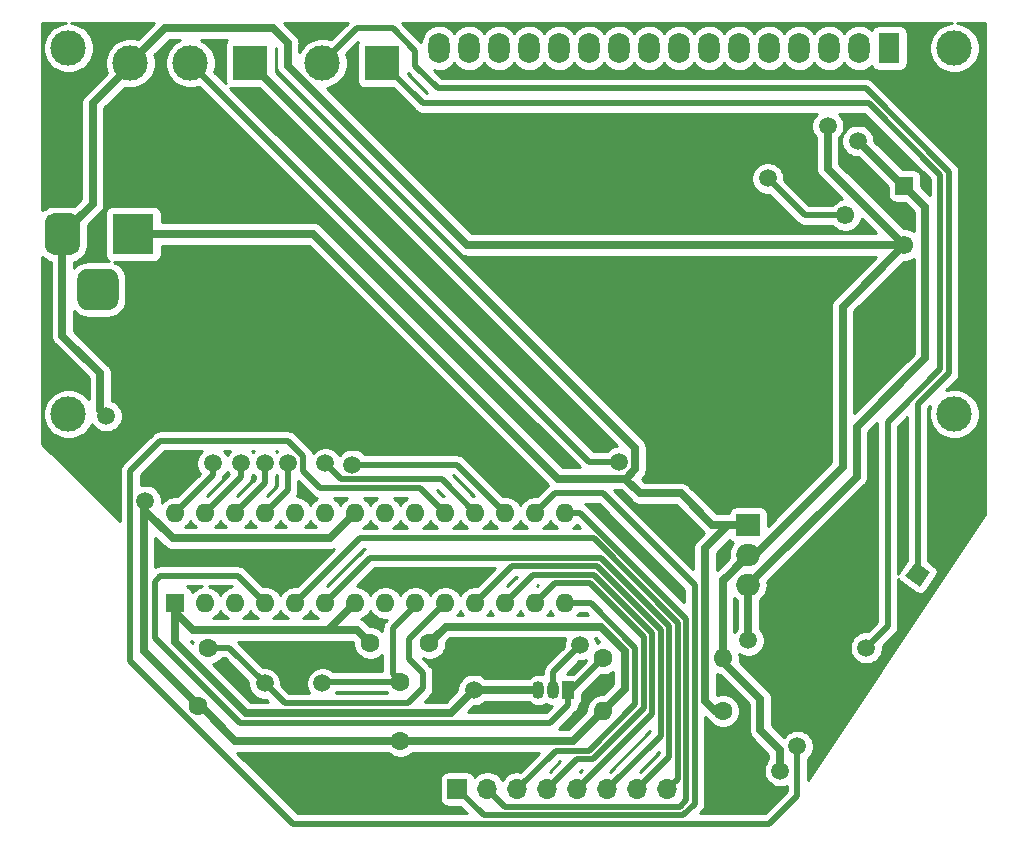
<source format=gbr>
%TF.GenerationSoftware,KiCad,Pcbnew,(5.1.8)-1*%
%TF.CreationDate,2021-02-19T10:47:01-03:00*%
%TF.ProjectId,esquema,65737175-656d-4612-9e6b-696361645f70,rev?*%
%TF.SameCoordinates,Original*%
%TF.FileFunction,Copper,L2,Bot*%
%TF.FilePolarity,Positive*%
%FSLAX46Y46*%
G04 Gerber Fmt 4.6, Leading zero omitted, Abs format (unit mm)*
G04 Created by KiCad (PCBNEW (5.1.8)-1) date 2021-02-19 10:47:01*
%MOMM*%
%LPD*%
G01*
G04 APERTURE LIST*
%TA.AperFunction,ComponentPad*%
%ADD10C,0.500000*%
%TD*%
%TA.AperFunction,ComponentPad*%
%ADD11C,1.508000*%
%TD*%
%TA.AperFunction,ComponentPad*%
%ADD12R,1.600000X1.600000*%
%TD*%
%TA.AperFunction,ComponentPad*%
%ADD13O,1.600000X1.600000*%
%TD*%
%TA.AperFunction,ComponentPad*%
%ADD14R,1.800000X2.600000*%
%TD*%
%TA.AperFunction,ComponentPad*%
%ADD15O,1.800000X2.600000*%
%TD*%
%TA.AperFunction,ComponentPad*%
%ADD16C,3.000000*%
%TD*%
%TA.AperFunction,ComponentPad*%
%ADD17R,1.050000X1.500000*%
%TD*%
%TA.AperFunction,ComponentPad*%
%ADD18O,1.050000X1.500000*%
%TD*%
%TA.AperFunction,ComponentPad*%
%ADD19C,1.600000*%
%TD*%
%TA.AperFunction,ComponentPad*%
%ADD20R,3.500000X3.500000*%
%TD*%
%TA.AperFunction,ComponentPad*%
%ADD21R,1.700000X1.700000*%
%TD*%
%TA.AperFunction,ComponentPad*%
%ADD22O,1.700000X1.700000*%
%TD*%
%TA.AperFunction,ComponentPad*%
%ADD23R,3.000000X3.000000*%
%TD*%
%TA.AperFunction,ComponentPad*%
%ADD24C,1.550000*%
%TD*%
%TA.AperFunction,ComponentPad*%
%ADD25R,1.550000X1.550000*%
%TD*%
%TA.AperFunction,ComponentPad*%
%ADD26R,2.000000X1.905000*%
%TD*%
%TA.AperFunction,ComponentPad*%
%ADD27O,2.000000X1.905000*%
%TD*%
%TA.AperFunction,ComponentPad*%
%ADD28C,1.500000*%
%TD*%
%TA.AperFunction,ViaPad*%
%ADD29C,1.500000*%
%TD*%
%TA.AperFunction,Conductor*%
%ADD30C,0.500000*%
%TD*%
%TA.AperFunction,Conductor*%
%ADD31C,0.700000*%
%TD*%
%TA.AperFunction,NonConductor*%
%ADD32C,0.254000*%
%TD*%
%TA.AperFunction,NonConductor*%
%ADD33C,0.500000*%
%TD*%
G04 APERTURE END LIST*
%TA.AperFunction,ComponentPad*%
D10*
%TO.P,K1,1*%
%TO.N,Net-(J3-Pad2)*%
G36*
X149399513Y-111386539D02*
G01*
X148164232Y-110521586D01*
X149029185Y-109286305D01*
X150264466Y-110151258D01*
X149399513Y-111386539D01*
G37*
%TD.AperFunction*%
D11*
%TO.P,K1,2*%
%TO.N,Net-(J3-Pad1)*%
X144843697Y-116578361D03*
%TO.P,K1,3*%
%TO.N,Pino_13*%
X139016160Y-124900946D03*
%TO.P,K1,4*%
%TO.N,GND*%
X137559276Y-126981592D03*
%TD*%
D12*
%TO.P,U1,1*%
%TO.N,vcc*%
X86360000Y-112776000D03*
D13*
%TO.P,U1,15*%
%TO.N,Pino_9*%
X119380000Y-105156000D03*
%TO.P,U1,2*%
%TO.N,Net-(U1-Pad2)*%
X88900000Y-112776000D03*
%TO.P,U1,16*%
%TO.N,Pino_10*%
X116840000Y-105156000D03*
%TO.P,U1,3*%
%TO.N,Net-(U1-Pad3)*%
X91440000Y-112776000D03*
%TO.P,U1,17*%
%TO.N,Pino_11*%
X114300000Y-105156000D03*
%TO.P,U1,4*%
%TO.N,Pino_2_int*%
X93980000Y-112776000D03*
%TO.P,U1,18*%
%TO.N,Pino_12*%
X111760000Y-105156000D03*
%TO.P,U1,5*%
%TO.N,Pino_3*%
X96520000Y-112776000D03*
%TO.P,U1,19*%
%TO.N,Pino_13*%
X109220000Y-105156000D03*
%TO.P,U1,6*%
%TO.N,Pino_4*%
X99060000Y-112776000D03*
%TO.P,U1,20*%
%TO.N,vcc*%
X106680000Y-105156000D03*
%TO.P,U1,7*%
X101600000Y-112776000D03*
%TO.P,U1,21*%
%TO.N,Net-(U1-Pad21)*%
X104140000Y-105156000D03*
%TO.P,U1,8*%
%TO.N,GND*%
X104140000Y-112776000D03*
%TO.P,U1,22*%
X101600000Y-105156000D03*
%TO.P,U1,9*%
%TO.N,Net-(C1-Pad2)*%
X106680000Y-112776000D03*
%TO.P,U1,23*%
%TO.N,Net-(U1-Pad23)*%
X99060000Y-105156000D03*
%TO.P,U1,10*%
%TO.N,Net-(C2-Pad2)*%
X109220000Y-112776000D03*
%TO.P,U1,24*%
%TO.N,Net-(U1-Pad24)*%
X96520000Y-105156000D03*
%TO.P,U1,11*%
%TO.N,Pino_5*%
X111760000Y-112776000D03*
%TO.P,U1,25*%
%TO.N,Pino_16_A2*%
X93980000Y-105156000D03*
%TO.P,U1,12*%
%TO.N,Pino_6*%
X114300000Y-112776000D03*
%TO.P,U1,26*%
%TO.N,Pino_17_A3*%
X91440000Y-105156000D03*
%TO.P,U1,13*%
%TO.N,Pino_7*%
X116840000Y-112776000D03*
%TO.P,U1,27*%
%TO.N,Pino_18_A4*%
X88900000Y-105156000D03*
%TO.P,U1,14*%
%TO.N,Pino_8*%
X119380000Y-112776000D03*
%TO.P,U1,28*%
%TO.N,Pino_19_A5*%
X86360000Y-105156000D03*
%TD*%
D14*
%TO.P,DS1,1*%
%TO.N,GND*%
X146812000Y-65786000D03*
D15*
%TO.P,DS1,2*%
%TO.N,vcc*%
X144272000Y-65786000D03*
%TO.P,DS1,3*%
%TO.N,GND*%
X141732000Y-65786000D03*
%TO.P,DS1,4*%
%TO.N,vcc*%
X139192000Y-65786000D03*
%TO.P,DS1,5*%
%TO.N,Net-(DS1-Pad5)*%
X136652000Y-65786000D03*
%TO.P,DS1,6*%
%TO.N,Pino_12*%
X134112000Y-65786000D03*
%TO.P,DS1,7*%
%TO.N,GND*%
X131572000Y-65786000D03*
%TO.P,DS1,8*%
%TO.N,Pino_11*%
X129032000Y-65786000D03*
%TO.P,DS1,9*%
%TO.N,Net-(DS1-Pad9)*%
X126492000Y-65786000D03*
%TO.P,DS1,10*%
%TO.N,Net-(DS1-Pad10)*%
X123952000Y-65786000D03*
%TO.P,DS1,11*%
%TO.N,Net-(DS1-Pad11)*%
X121412000Y-65786000D03*
%TO.P,DS1,12*%
%TO.N,Net-(DS1-Pad12)*%
X118872000Y-65786000D03*
%TO.P,DS1,13*%
%TO.N,Pino_16_A2*%
X116332000Y-65786000D03*
%TO.P,DS1,14*%
%TO.N,Pino_17_A3*%
X113792000Y-65786000D03*
%TO.P,DS1,15*%
%TO.N,Pino_18_A4*%
X111252000Y-65786000D03*
%TO.P,DS1,16*%
%TO.N,Pino_19_A5*%
X108712000Y-65786000D03*
D16*
%TO.P,DS1,*%
%TO.N,*%
X152311100Y-65786000D03*
X152311100Y-96786700D03*
X77312520Y-96786700D03*
X77312000Y-65786000D03*
%TD*%
D17*
%TO.P,Q1,1*%
%TO.N,Pino_2_int*%
X119634000Y-120142000D03*
D18*
%TO.P,Q1,3*%
%TO.N,vcc*%
X117094000Y-120142000D03*
%TO.P,Q1,2*%
%TO.N,Net-(J4-Pad2)*%
X118364000Y-120142000D03*
%TD*%
D19*
%TO.P,C1,1*%
%TO.N,GND*%
X105410000Y-124460000D03*
%TO.P,C1,2*%
%TO.N,Net-(C1-Pad2)*%
X105410000Y-119460000D03*
%TD*%
%TO.P,C2,2*%
%TO.N,Net-(C2-Pad2)*%
X89154000Y-116586000D03*
%TO.P,C2,1*%
%TO.N,GND*%
X88285759Y-121510039D03*
%TD*%
D20*
%TO.P,J1,1*%
%TO.N,vcc_12v*%
X82804000Y-81534000D03*
%TO.P,J1,2*%
%TO.N,GND*%
%TA.AperFunction,ComponentPad*%
G36*
G01*
X75304000Y-82534000D02*
X75304000Y-80534000D01*
G75*
G02*
X76054000Y-79784000I750000J0D01*
G01*
X77554000Y-79784000D01*
G75*
G02*
X78304000Y-80534000I0J-750000D01*
G01*
X78304000Y-82534000D01*
G75*
G02*
X77554000Y-83284000I-750000J0D01*
G01*
X76054000Y-83284000D01*
G75*
G02*
X75304000Y-82534000I0J750000D01*
G01*
G37*
%TD.AperFunction*%
%TO.P,J1,3*%
%TO.N,N/C*%
%TA.AperFunction,ComponentPad*%
G36*
G01*
X78054000Y-87109000D02*
X78054000Y-85359000D01*
G75*
G02*
X78929000Y-84484000I875000J0D01*
G01*
X80679000Y-84484000D01*
G75*
G02*
X81554000Y-85359000I0J-875000D01*
G01*
X81554000Y-87109000D01*
G75*
G02*
X80679000Y-87984000I-875000J0D01*
G01*
X78929000Y-87984000D01*
G75*
G02*
X78054000Y-87109000I0J875000D01*
G01*
G37*
%TD.AperFunction*%
%TD*%
D21*
%TO.P,J2,1*%
%TO.N,Pino_10*%
X110236000Y-128524000D03*
D22*
%TO.P,J2,2*%
%TO.N,Pino_9*%
X112776000Y-128524000D03*
%TO.P,J2,3*%
%TO.N,Pino_8*%
X115316000Y-128524000D03*
%TO.P,J2,4*%
%TO.N,Pino_7*%
X117856000Y-128524000D03*
%TO.P,J2,5*%
%TO.N,Pino_6*%
X120396000Y-128524000D03*
%TO.P,J2,6*%
%TO.N,Pino_5*%
X122936000Y-128524000D03*
%TO.P,J2,7*%
%TO.N,Pino_4*%
X125476000Y-128524000D03*
%TO.P,J2,8*%
%TO.N,Pino_3*%
X128016000Y-128524000D03*
%TD*%
D23*
%TO.P,J3,1*%
%TO.N,Net-(J3-Pad1)*%
X103886000Y-67056000D03*
D16*
%TO.P,J3,2*%
%TO.N,Net-(J3-Pad2)*%
X98806000Y-67056000D03*
%TD*%
D23*
%TO.P,J4,1*%
%TO.N,vcc_12v*%
X92710000Y-67056000D03*
D16*
%TO.P,J4,2*%
%TO.N,Net-(J4-Pad2)*%
X87630000Y-67056000D03*
%TO.P,J4,3*%
%TO.N,GND*%
X82550000Y-67056000D03*
%TD*%
D24*
%TO.P,RV1,3*%
%TO.N,GND*%
X148082000Y-82470000D03*
D25*
%TO.P,RV1,1*%
%TO.N,vcc*%
X148082000Y-77470000D03*
D24*
%TO.P,RV1,2*%
%TO.N,Net-(DS1-Pad5)*%
X143082000Y-79970000D03*
%TD*%
D26*
%TO.P,U2,1*%
%TO.N,vcc_12v*%
X134874000Y-106172000D03*
D27*
%TO.P,U2,2*%
%TO.N,GND*%
X134874000Y-108712000D03*
%TO.P,U2,3*%
%TO.N,vcc*%
X134874000Y-111252000D03*
%TD*%
D28*
%TO.P,Y1,1*%
%TO.N,Net-(C1-Pad2)*%
X98810000Y-119580000D03*
%TO.P,Y1,2*%
%TO.N,Net-(C2-Pad2)*%
X93910000Y-119580000D03*
%TD*%
D19*
%TO.P,C4,2*%
%TO.N,GND*%
X107870000Y-116160000D03*
%TO.P,C4,1*%
%TO.N,vcc*%
X102870000Y-116160000D03*
%TD*%
%TO.P,C3,1*%
%TO.N,vcc_12v*%
X132715000Y-121920000D03*
D13*
%TO.P,C3,2*%
%TO.N,GND*%
X122555000Y-121920000D03*
%TD*%
D19*
%TO.P,R1,1*%
%TO.N,Pino_2_int*%
X122555000Y-117475000D03*
D13*
%TO.P,R1,2*%
%TO.N,GND*%
X132715000Y-117475000D03*
%TD*%
D29*
%TO.N,vcc*%
X134874000Y-115951000D03*
X111633000Y-120142000D03*
X144145000Y-73659996D03*
%TO.N,Net-(DS1-Pad5)*%
X136525000Y-76835000D03*
%TO.N,Pino_12*%
X99060026Y-100964980D03*
%TO.N,Pino_11*%
X101346000Y-101092000D03*
%TO.N,Pino_16_A2*%
X95885000Y-100965000D03*
%TO.N,Pino_17_A3*%
X93979948Y-100965000D03*
%TO.N,Pino_18_A4*%
X91944987Y-100965002D03*
%TO.N,Pino_19_A5*%
X89535024Y-100965000D03*
%TO.N,Net-(J4-Pad2)*%
X123952000Y-100838000D03*
X120650000Y-116332006D03*
%TO.N,GND*%
X83820000Y-104140000D03*
X80501731Y-96941909D03*
X141605000Y-72390000D03*
%TD*%
D30*
%TO.N,Pino_2_int*%
X119634000Y-119808128D02*
X119634000Y-120142000D01*
X119888000Y-120142000D02*
X122555000Y-117475000D01*
X119634000Y-120142000D02*
X119888000Y-120142000D01*
X119634000Y-121392000D02*
X119634000Y-120142000D01*
X118100980Y-122925020D02*
X119634000Y-121392000D01*
X91810020Y-122925020D02*
X118100980Y-122925020D01*
X84620011Y-110959989D02*
X84620011Y-115735011D01*
X91694000Y-110490000D02*
X85090000Y-110490000D01*
X93980000Y-112776000D02*
X91694000Y-110490000D01*
X84620011Y-115735011D02*
X91810020Y-122925020D01*
X85090000Y-110490000D02*
X84620011Y-110959989D01*
%TO.N,Net-(C1-Pad2)*%
X98930000Y-119460000D02*
X105410000Y-119460000D01*
X98810000Y-119580000D02*
X98930000Y-119460000D01*
X106680000Y-113030000D02*
X106680000Y-112776000D01*
X104775000Y-114935000D02*
X106680000Y-113030000D01*
X104775000Y-118825000D02*
X104775000Y-114935000D01*
X105410000Y-119460000D02*
X104775000Y-118825000D01*
%TO.N,Net-(C2-Pad2)*%
X90916000Y-116586000D02*
X93910000Y-119580000D01*
X89154000Y-116586000D02*
X90916000Y-116586000D01*
X106130011Y-115865989D02*
X109220000Y-112776000D01*
X106130011Y-117560011D02*
X106130011Y-115865989D01*
X107315000Y-118745000D02*
X106130011Y-117560011D01*
X107315000Y-120015000D02*
X107315000Y-118745000D01*
X106045000Y-121285000D02*
X107315000Y-120015000D01*
X95615000Y-121285000D02*
X106045000Y-121285000D01*
X93910000Y-119580000D02*
X95615000Y-121285000D01*
D31*
%TO.N,vcc_12v*%
X131200000Y-121040000D02*
X132080000Y-121920000D01*
X133174000Y-106172000D02*
X131200000Y-108146000D01*
X131200000Y-108146000D02*
X131200000Y-121040000D01*
X134874000Y-106172000D02*
X133174000Y-106172000D01*
X118752001Y-102242001D02*
X124250001Y-102242001D01*
X98044000Y-81534000D02*
X118752001Y-102242001D01*
X82804000Y-81534000D02*
X98044000Y-81534000D01*
X131826000Y-106172000D02*
X134874000Y-106172000D01*
X125730000Y-103505000D02*
X129159000Y-103505000D01*
X129159000Y-103505000D02*
X131826000Y-106172000D01*
X124467001Y-102242001D02*
X125730000Y-103505000D01*
X124250001Y-102242001D02*
X124467001Y-102242001D01*
X124250001Y-102242001D02*
X124501603Y-102242001D01*
X124501603Y-102242001D02*
X125272002Y-101471602D01*
X125272002Y-101471602D02*
X125272002Y-99618002D01*
X125272002Y-99618002D02*
X92710000Y-67056000D01*
%TO.N,vcc*%
X86360000Y-113538000D02*
X86360000Y-112776000D01*
X87884000Y-115062000D02*
X86360000Y-113538000D01*
X99314000Y-115062000D02*
X87884000Y-115062000D01*
X101600000Y-112776000D02*
X99314000Y-115062000D01*
X134874000Y-111252000D02*
X134874000Y-115824000D01*
X111633000Y-120142000D02*
X117094000Y-120142000D01*
X144145000Y-73660000D02*
X144145000Y-73659996D01*
X147955000Y-77470000D02*
X144145000Y-73660000D01*
X148082000Y-77470000D02*
X147955000Y-77470000D01*
X149860000Y-92075000D02*
X149860000Y-79248000D01*
X144043686Y-102082314D02*
X144043686Y-97891314D01*
X134874000Y-111252000D02*
X144043686Y-102082314D01*
X149860000Y-79248000D02*
X148082000Y-77470000D01*
X144043686Y-97891314D02*
X149860000Y-92075000D01*
X101772000Y-115062000D02*
X102870000Y-116160000D01*
X99314000Y-115062000D02*
X101772000Y-115062000D01*
X92341008Y-122105010D02*
X109669990Y-122105010D01*
X109669990Y-122105010D02*
X111633000Y-120142000D01*
X86360000Y-116124002D02*
X92341008Y-122105010D01*
X86360000Y-112776000D02*
X86360000Y-116124002D01*
D30*
%TO.N,Net-(DS1-Pad5)*%
X143082000Y-79970000D02*
X139660000Y-79970000D01*
X139660000Y-79970000D02*
X136525000Y-76835000D01*
%TO.N,Pino_12*%
X111760000Y-105156000D02*
X108916006Y-102312006D01*
X108916006Y-102312006D02*
X100407052Y-102312006D01*
X100407052Y-102312006D02*
X99060026Y-100964980D01*
%TO.N,Pino_11*%
X114300000Y-105156000D02*
X110236000Y-101092000D01*
X110236000Y-101092000D02*
X101346000Y-101092000D01*
%TO.N,Pino_16_A2*%
X93980000Y-105156000D02*
X95885000Y-103251000D01*
X95885000Y-103251000D02*
X95885000Y-100965000D01*
%TO.N,Pino_17_A3*%
X91440000Y-105156000D02*
X93979948Y-102616052D01*
X93979948Y-102616052D02*
X93979948Y-100965000D01*
%TO.N,Pino_18_A4*%
X88900000Y-105156000D02*
X91944987Y-102111013D01*
X91944987Y-102111013D02*
X91944987Y-100965002D01*
%TO.N,Pino_19_A5*%
X89535024Y-101980976D02*
X89535024Y-100965000D01*
X86360000Y-105156000D02*
X89535024Y-101980976D01*
%TO.N,Pino_10*%
X112471989Y-130759989D02*
X110236000Y-128524000D01*
X116840000Y-105156000D02*
X118491000Y-103505000D01*
X122555000Y-103505000D02*
X130340077Y-111290077D01*
X118491000Y-103505000D02*
X122555000Y-103505000D01*
X130340077Y-129767673D02*
X129347761Y-130759989D01*
X130340077Y-111290077D02*
X130340077Y-129767673D01*
X129347761Y-130759989D02*
X112471989Y-130759989D01*
%TO.N,Pino_9*%
X129049523Y-130039978D02*
X114291978Y-130039978D01*
X129620066Y-114152470D02*
X129620066Y-129469435D01*
X120623596Y-105156000D02*
X129620066Y-114152470D01*
X119380000Y-105156000D02*
X120623596Y-105156000D01*
X129620066Y-129469435D02*
X129049523Y-130039978D01*
X114291978Y-130039978D02*
X112776000Y-128524000D01*
%TO.N,Pino_8*%
X121527386Y-112776000D02*
X125300000Y-116548614D01*
X118559989Y-125280011D02*
X115316000Y-128524000D01*
X119380000Y-112776000D02*
X121527386Y-112776000D01*
X125300000Y-121360036D02*
X121380025Y-125280011D01*
X125300000Y-116548614D02*
X125300000Y-121360036D01*
X121380025Y-125280011D02*
X118559989Y-125280011D01*
%TO.N,Pino_7*%
X118491000Y-111125000D02*
X116840000Y-112776000D01*
X121501351Y-111125000D02*
X118491000Y-111125000D01*
X126020011Y-121658274D02*
X126020011Y-115643660D01*
X121678263Y-126000022D02*
X126020011Y-121658274D01*
X120379978Y-126000022D02*
X121678263Y-126000022D01*
X117856000Y-128524000D02*
X120379978Y-126000022D01*
X126020011Y-115643660D02*
X121501351Y-111125000D01*
%TO.N,Pino_6*%
X120396000Y-128524000D02*
X126740022Y-122179978D01*
X126740022Y-122179978D02*
X126740022Y-115345422D01*
X126740022Y-115345422D02*
X121799589Y-110404989D01*
X116671011Y-110404989D02*
X114300000Y-112776000D01*
X121799589Y-110404989D02*
X116671011Y-110404989D01*
%TO.N,Pino_5*%
X127460033Y-115047184D02*
X122097827Y-109684978D01*
X122097827Y-109684978D02*
X114851022Y-109684978D01*
X127460033Y-123999967D02*
X127460033Y-115047184D01*
X122936000Y-128524000D02*
X127460033Y-123999967D01*
X114851022Y-109684978D02*
X111760000Y-112776000D01*
%TO.N,Pino_4*%
X102871033Y-108964967D02*
X122396065Y-108964967D01*
X122396065Y-108964967D02*
X128180044Y-114748946D01*
X128180044Y-125819956D02*
X125476000Y-128524000D01*
X128180044Y-114748946D02*
X128180044Y-125819956D01*
X99060000Y-112776000D02*
X102871033Y-108964967D01*
%TO.N,Pino_3*%
X128900055Y-127639945D02*
X128016000Y-128524000D01*
X128900055Y-114450708D02*
X128900055Y-127639945D01*
X121764347Y-107315000D02*
X128900055Y-114450708D01*
X101981000Y-107315000D02*
X121764347Y-107315000D01*
X96520000Y-112776000D02*
X101981000Y-107315000D01*
%TO.N,Net-(J3-Pad1)*%
X147460018Y-96660018D02*
X147375696Y-96744340D01*
X146685000Y-97435036D02*
X147460018Y-96660018D01*
X146685000Y-114737058D02*
X146685000Y-97435036D01*
X144843697Y-116578361D02*
X146685000Y-114737058D01*
X151130000Y-92990036D02*
X147460018Y-96660018D01*
X151130000Y-76554964D02*
X151130000Y-92990036D01*
X145060036Y-70485000D02*
X151130000Y-76554964D01*
X107315000Y-70485000D02*
X145060036Y-70485000D01*
X103886000Y-67056000D02*
X107315000Y-70485000D01*
%TO.N,Net-(J3-Pad2)*%
X101727000Y-64135000D02*
X98806000Y-67056000D01*
X106680000Y-66039998D02*
X104775002Y-64135000D01*
X104775002Y-64135000D02*
X101727000Y-64135000D01*
X108573399Y-69215000D02*
X106680000Y-67321601D01*
X144808285Y-69215000D02*
X108573399Y-69215000D01*
X151850011Y-76256726D02*
X144808285Y-69215000D01*
X151850011Y-93288274D02*
X151850011Y-76256726D01*
X149214349Y-95923935D02*
X151850011Y-93288274D01*
X149214349Y-110336422D02*
X149214349Y-95923935D01*
X106680000Y-67321601D02*
X106680000Y-66039998D01*
%TO.N,Net-(J4-Pad2)*%
X87630000Y-67056000D02*
X121412000Y-100838000D01*
X121412000Y-100838000D02*
X123952000Y-100838000D01*
X118364000Y-120142000D02*
X118364000Y-118618006D01*
X118364000Y-118618006D02*
X120650000Y-116332006D01*
%TO.N,Pino_13*%
X96350000Y-131480000D02*
X136620790Y-131480000D01*
X136620790Y-131480000D02*
X139016160Y-129084630D01*
X109220000Y-105156000D02*
X107096013Y-103032013D01*
X95885000Y-99060000D02*
X85090000Y-99060000D01*
X82550000Y-101600000D02*
X82550000Y-117680000D01*
X98587013Y-103032013D02*
X97155000Y-101600000D01*
X85090000Y-99060000D02*
X82550000Y-101600000D01*
X107096013Y-103032013D02*
X98587013Y-103032013D01*
X97155000Y-101600000D02*
X97155000Y-100330000D01*
X139016160Y-129084630D02*
X139016160Y-124900946D01*
X97155000Y-100330000D02*
X95885000Y-99060000D01*
X82550000Y-117680000D02*
X96350000Y-131480000D01*
D31*
%TO.N,GND*%
X101600000Y-105156000D02*
X99441000Y-107315000D01*
X83820000Y-104988528D02*
X83820000Y-104140000D01*
X86146472Y-107315000D02*
X83820000Y-104988528D01*
X99441000Y-107315000D02*
X86146472Y-107315000D01*
X133133999Y-110452001D02*
X134874000Y-108712000D01*
X132715000Y-110871000D02*
X133133999Y-110452001D01*
X132715000Y-117475000D02*
X132715000Y-110871000D01*
X104140000Y-112776000D02*
X104394000Y-112776000D01*
X80010000Y-96450178D02*
X80501731Y-96941909D01*
X80010000Y-93345000D02*
X80010000Y-96450178D01*
X76804000Y-90139000D02*
X80010000Y-93345000D01*
X76804000Y-81534000D02*
X76804000Y-90139000D01*
X79375000Y-78963000D02*
X76804000Y-81534000D01*
X79375000Y-70485000D02*
X79375000Y-78963000D01*
X82550000Y-67310000D02*
X79375000Y-70485000D01*
X82550000Y-67056000D02*
X82550000Y-67310000D01*
X141605000Y-75993000D02*
X141605000Y-72390000D01*
X148082000Y-82470000D02*
X141605000Y-75993000D01*
X142875000Y-87677000D02*
X148082000Y-82470000D01*
X142875000Y-101282500D02*
X142875000Y-87677000D01*
X135445500Y-108712000D02*
X142875000Y-101282500D01*
X134874000Y-108712000D02*
X135445500Y-108712000D01*
X137559276Y-125203592D02*
X137559276Y-126981592D01*
X135890000Y-123534316D02*
X137559276Y-125203592D01*
X135890000Y-120904000D02*
X135890000Y-123534316D01*
X132334000Y-117348000D02*
X135890000Y-120904000D01*
X83693000Y-104267000D02*
X83820000Y-104140000D01*
X83693000Y-116840000D02*
X83693000Y-104267000D01*
X88285759Y-121432759D02*
X83693000Y-116840000D01*
X88285759Y-121510039D02*
X88285759Y-121432759D01*
X85471000Y-64135000D02*
X82550000Y-67056000D01*
X148082000Y-82470000D02*
X111076092Y-82470000D01*
X111076092Y-82470000D02*
X95885000Y-67278908D01*
X95885000Y-67278908D02*
X95885000Y-65405000D01*
X95885000Y-65405000D02*
X94615000Y-64135000D01*
X94615000Y-64135000D02*
X85471000Y-64135000D01*
X88490039Y-121510039D02*
X88285759Y-121510039D01*
X122555000Y-121920000D02*
X120015000Y-124460000D01*
X120015000Y-124460000D02*
X91440000Y-124460000D01*
X91440000Y-124460000D02*
X88490039Y-121510039D01*
X124400000Y-120075000D02*
X122555000Y-121920000D01*
X124400000Y-116808284D02*
X124400000Y-120075000D01*
X122376724Y-114785008D02*
X124400000Y-116808284D01*
X109244992Y-114785008D02*
X122376724Y-114785008D01*
X107870000Y-116160000D02*
X109244992Y-114785008D01*
%TD*%
D32*
X104495241Y-125574637D02*
X104730273Y-125731680D01*
X104991426Y-125839853D01*
X105268665Y-125895000D01*
X105551335Y-125895000D01*
X105828574Y-125839853D01*
X106089727Y-125731680D01*
X106324759Y-125574637D01*
X106454396Y-125445000D01*
X117143421Y-125445000D01*
X115534961Y-127053461D01*
X115462260Y-127039000D01*
X115169740Y-127039000D01*
X114882842Y-127096068D01*
X114612589Y-127208010D01*
X114369368Y-127370525D01*
X114162525Y-127577368D01*
X114046000Y-127751760D01*
X113929475Y-127577368D01*
X113722632Y-127370525D01*
X113479411Y-127208010D01*
X113209158Y-127096068D01*
X112922260Y-127039000D01*
X112629740Y-127039000D01*
X112342842Y-127096068D01*
X112072589Y-127208010D01*
X111829368Y-127370525D01*
X111697513Y-127502380D01*
X111675502Y-127429820D01*
X111616537Y-127319506D01*
X111537185Y-127222815D01*
X111440494Y-127143463D01*
X111330180Y-127084498D01*
X111210482Y-127048188D01*
X111086000Y-127035928D01*
X109386000Y-127035928D01*
X109261518Y-127048188D01*
X109141820Y-127084498D01*
X109031506Y-127143463D01*
X108934815Y-127222815D01*
X108855463Y-127319506D01*
X108796498Y-127429820D01*
X108760188Y-127549518D01*
X108747928Y-127674000D01*
X108747928Y-129374000D01*
X108760188Y-129498482D01*
X108796498Y-129618180D01*
X108855463Y-129728494D01*
X108934815Y-129825185D01*
X109031506Y-129904537D01*
X109141820Y-129963502D01*
X109261518Y-129999812D01*
X109386000Y-130012072D01*
X110472494Y-130012072D01*
X111055421Y-130595000D01*
X96716579Y-130595000D01*
X91566579Y-125445000D01*
X104365604Y-125445000D01*
X104495241Y-125574637D01*
%TA.AperFunction,NonConductor*%
D33*
G36*
X104495241Y-125574637D02*
G01*
X104730273Y-125731680D01*
X104991426Y-125839853D01*
X105268665Y-125895000D01*
X105551335Y-125895000D01*
X105828574Y-125839853D01*
X106089727Y-125731680D01*
X106324759Y-125574637D01*
X106454396Y-125445000D01*
X117143421Y-125445000D01*
X115534961Y-127053461D01*
X115462260Y-127039000D01*
X115169740Y-127039000D01*
X114882842Y-127096068D01*
X114612589Y-127208010D01*
X114369368Y-127370525D01*
X114162525Y-127577368D01*
X114046000Y-127751760D01*
X113929475Y-127577368D01*
X113722632Y-127370525D01*
X113479411Y-127208010D01*
X113209158Y-127096068D01*
X112922260Y-127039000D01*
X112629740Y-127039000D01*
X112342842Y-127096068D01*
X112072589Y-127208010D01*
X111829368Y-127370525D01*
X111697513Y-127502380D01*
X111675502Y-127429820D01*
X111616537Y-127319506D01*
X111537185Y-127222815D01*
X111440494Y-127143463D01*
X111330180Y-127084498D01*
X111210482Y-127048188D01*
X111086000Y-127035928D01*
X109386000Y-127035928D01*
X109261518Y-127048188D01*
X109141820Y-127084498D01*
X109031506Y-127143463D01*
X108934815Y-127222815D01*
X108855463Y-127319506D01*
X108796498Y-127429820D01*
X108760188Y-127549518D01*
X108747928Y-127674000D01*
X108747928Y-129374000D01*
X108760188Y-129498482D01*
X108796498Y-129618180D01*
X108855463Y-129728494D01*
X108934815Y-129825185D01*
X109031506Y-129904537D01*
X109141820Y-129963502D01*
X109261518Y-129999812D01*
X109386000Y-130012072D01*
X110472494Y-130012072D01*
X111055421Y-130595000D01*
X96716579Y-130595000D01*
X91566579Y-125445000D01*
X104365604Y-125445000D01*
X104495241Y-125574637D01*
G37*
%TD.AperFunction*%
D32*
X132296426Y-118854853D02*
X132485453Y-118892453D01*
X134905000Y-121312000D01*
X134905001Y-123485926D01*
X134900235Y-123534316D01*
X134919253Y-123727409D01*
X134975576Y-123913082D01*
X134975577Y-123913083D01*
X135067041Y-124084200D01*
X135190131Y-124234186D01*
X135227711Y-124265027D01*
X136574276Y-125611593D01*
X136574276Y-126002249D01*
X136480369Y-126096156D01*
X136328360Y-126323654D01*
X136223654Y-126576436D01*
X136170276Y-126844787D01*
X136170276Y-127118397D01*
X136223654Y-127386748D01*
X136328360Y-127639530D01*
X136480369Y-127867028D01*
X136673840Y-128060499D01*
X136901338Y-128212508D01*
X137154120Y-128317214D01*
X137422471Y-128370592D01*
X137696081Y-128370592D01*
X137964432Y-128317214D01*
X138131160Y-128248153D01*
X138131160Y-128718051D01*
X136254212Y-130595000D01*
X130764329Y-130595000D01*
X130935126Y-130424203D01*
X130968894Y-130396490D01*
X131055449Y-130291024D01*
X131079488Y-130261732D01*
X131131222Y-130164943D01*
X131161666Y-130107986D01*
X131212272Y-129941163D01*
X131225077Y-129811150D01*
X131225077Y-129811142D01*
X131229358Y-129767673D01*
X131225077Y-129724204D01*
X131225077Y-122458078D01*
X131417709Y-122650710D01*
X131530116Y-122742959D01*
X131543974Y-122750366D01*
X131600363Y-122834759D01*
X131800241Y-123034637D01*
X132035273Y-123191680D01*
X132296426Y-123299853D01*
X132573665Y-123355000D01*
X132856335Y-123355000D01*
X133133574Y-123299853D01*
X133394727Y-123191680D01*
X133629759Y-123034637D01*
X133829637Y-122834759D01*
X133986680Y-122599727D01*
X134094853Y-122338574D01*
X134150000Y-122061335D01*
X134150000Y-121778665D01*
X134094853Y-121501426D01*
X133986680Y-121240273D01*
X133829637Y-121005241D01*
X133629759Y-120805363D01*
X133394727Y-120648320D01*
X133133574Y-120540147D01*
X132856335Y-120485000D01*
X132573665Y-120485000D01*
X132296426Y-120540147D01*
X132185000Y-120586301D01*
X132185000Y-118808699D01*
X132296426Y-118854853D01*
%TA.AperFunction,NonConductor*%
D33*
G36*
X132296426Y-118854853D02*
G01*
X132485453Y-118892453D01*
X134905000Y-121312000D01*
X134905001Y-123485926D01*
X134900235Y-123534316D01*
X134919253Y-123727409D01*
X134975576Y-123913082D01*
X134975577Y-123913083D01*
X135067041Y-124084200D01*
X135190131Y-124234186D01*
X135227711Y-124265027D01*
X136574276Y-125611593D01*
X136574276Y-126002249D01*
X136480369Y-126096156D01*
X136328360Y-126323654D01*
X136223654Y-126576436D01*
X136170276Y-126844787D01*
X136170276Y-127118397D01*
X136223654Y-127386748D01*
X136328360Y-127639530D01*
X136480369Y-127867028D01*
X136673840Y-128060499D01*
X136901338Y-128212508D01*
X137154120Y-128317214D01*
X137422471Y-128370592D01*
X137696081Y-128370592D01*
X137964432Y-128317214D01*
X138131160Y-128248153D01*
X138131160Y-128718051D01*
X136254212Y-130595000D01*
X130764329Y-130595000D01*
X130935126Y-130424203D01*
X130968894Y-130396490D01*
X131055449Y-130291024D01*
X131079488Y-130261732D01*
X131131222Y-130164943D01*
X131161666Y-130107986D01*
X131212272Y-129941163D01*
X131225077Y-129811150D01*
X131225077Y-129811142D01*
X131229358Y-129767673D01*
X131225077Y-129724204D01*
X131225077Y-122458078D01*
X131417709Y-122650710D01*
X131530116Y-122742959D01*
X131543974Y-122750366D01*
X131600363Y-122834759D01*
X131800241Y-123034637D01*
X132035273Y-123191680D01*
X132296426Y-123299853D01*
X132573665Y-123355000D01*
X132856335Y-123355000D01*
X133133574Y-123299853D01*
X133394727Y-123191680D01*
X133629759Y-123034637D01*
X133829637Y-122834759D01*
X133986680Y-122599727D01*
X134094853Y-122338574D01*
X134150000Y-122061335D01*
X134150000Y-121778665D01*
X134094853Y-121501426D01*
X133986680Y-121240273D01*
X133829637Y-121005241D01*
X133629759Y-120805363D01*
X133394727Y-120648320D01*
X133133574Y-120540147D01*
X132856335Y-120485000D01*
X132573665Y-120485000D01*
X132296426Y-120540147D01*
X132185000Y-120586301D01*
X132185000Y-118808699D01*
X132296426Y-118854853D01*
G37*
%TD.AperFunction*%
D32*
X151688344Y-63733047D02*
X151299798Y-63893988D01*
X150950117Y-64127637D01*
X150652737Y-64425017D01*
X150419088Y-64774698D01*
X150258147Y-65163244D01*
X150176100Y-65575721D01*
X150176100Y-65996279D01*
X150258147Y-66408756D01*
X150419088Y-66797302D01*
X150652737Y-67146983D01*
X150950117Y-67444363D01*
X151299798Y-67678012D01*
X151688344Y-67838953D01*
X152100821Y-67921000D01*
X152521379Y-67921000D01*
X152933856Y-67838953D01*
X153322402Y-67678012D01*
X153672083Y-67444363D01*
X153969463Y-67146983D01*
X154203112Y-66797302D01*
X154364053Y-66408756D01*
X154446100Y-65996279D01*
X154446100Y-65575721D01*
X154364053Y-65163244D01*
X154203112Y-64774698D01*
X153969463Y-64425017D01*
X153672083Y-64127637D01*
X153322402Y-63893988D01*
X152933856Y-63733047D01*
X152526406Y-63652000D01*
X154915000Y-63652000D01*
X154915001Y-105210166D01*
X139901160Y-127730929D01*
X139901160Y-125980144D01*
X139901596Y-125979853D01*
X140095067Y-125786382D01*
X140247076Y-125558884D01*
X140351782Y-125306102D01*
X140405160Y-125037751D01*
X140405160Y-124764141D01*
X140351782Y-124495790D01*
X140247076Y-124243008D01*
X140095067Y-124015510D01*
X139901596Y-123822039D01*
X139674098Y-123670030D01*
X139421316Y-123565324D01*
X139152965Y-123511946D01*
X138879355Y-123511946D01*
X138611004Y-123565324D01*
X138358222Y-123670030D01*
X138130724Y-123822039D01*
X137937253Y-124015510D01*
X137867936Y-124119251D01*
X136875000Y-123126316D01*
X136875000Y-120952377D01*
X136879765Y-120903999D01*
X136873135Y-120836686D01*
X136860747Y-120710906D01*
X136804424Y-120525233D01*
X136712960Y-120354116D01*
X136589870Y-120204130D01*
X136552284Y-120173284D01*
X134124339Y-117745339D01*
X134150000Y-117616335D01*
X134150000Y-117333665D01*
X134103958Y-117102199D01*
X134217957Y-117178371D01*
X134470011Y-117282775D01*
X134737589Y-117336000D01*
X135010411Y-117336000D01*
X135277989Y-117282775D01*
X135530043Y-117178371D01*
X135756886Y-117026799D01*
X135949799Y-116833886D01*
X136101371Y-116607043D01*
X136205775Y-116354989D01*
X136259000Y-116087411D01*
X136259000Y-115814589D01*
X136205775Y-115547011D01*
X136101371Y-115294957D01*
X135949799Y-115068114D01*
X135859000Y-114977315D01*
X135859000Y-112536273D01*
X136049463Y-112379963D01*
X136247845Y-112138235D01*
X136395255Y-111862449D01*
X136486030Y-111563204D01*
X136516681Y-111252000D01*
X136494294Y-111024706D01*
X144705970Y-102813030D01*
X144743556Y-102782184D01*
X144866646Y-102632198D01*
X144958110Y-102461081D01*
X145003331Y-102312006D01*
X145014433Y-102275409D01*
X145033451Y-102082315D01*
X145028686Y-102033935D01*
X145028686Y-98299314D01*
X145800001Y-97527999D01*
X145800000Y-114370479D01*
X144981016Y-115189463D01*
X144980502Y-115189361D01*
X144706892Y-115189361D01*
X144438541Y-115242739D01*
X144185759Y-115347445D01*
X143958261Y-115499454D01*
X143764790Y-115692925D01*
X143612781Y-115920423D01*
X143508075Y-116173205D01*
X143454697Y-116441556D01*
X143454697Y-116715166D01*
X143508075Y-116983517D01*
X143612781Y-117236299D01*
X143764790Y-117463797D01*
X143958261Y-117657268D01*
X144185759Y-117809277D01*
X144438541Y-117913983D01*
X144706892Y-117967361D01*
X144980502Y-117967361D01*
X145248853Y-117913983D01*
X145501635Y-117809277D01*
X145729133Y-117657268D01*
X145922604Y-117463797D01*
X146074613Y-117236299D01*
X146179319Y-116983517D01*
X146232697Y-116715166D01*
X146232697Y-116441556D01*
X146232595Y-116441042D01*
X147280050Y-115393587D01*
X147313817Y-115365875D01*
X147349085Y-115322902D01*
X147424411Y-115231117D01*
X147506589Y-115077372D01*
X147557195Y-114910548D01*
X147557815Y-114904249D01*
X147570000Y-114780535D01*
X147570000Y-114780527D01*
X147574281Y-114737058D01*
X147570000Y-114693589D01*
X147570000Y-110753748D01*
X147626088Y-110864422D01*
X147703312Y-110962821D01*
X147798249Y-111044264D01*
X149033530Y-111909217D01*
X149142532Y-111970574D01*
X149261409Y-112009486D01*
X149385594Y-112024459D01*
X149510313Y-112014917D01*
X149630775Y-111981227D01*
X149742349Y-111924683D01*
X149840748Y-111847459D01*
X149922191Y-111752522D01*
X150787144Y-110517241D01*
X150848501Y-110408239D01*
X150887413Y-110289362D01*
X150902386Y-110165177D01*
X150892844Y-110040458D01*
X150859154Y-109919996D01*
X150802610Y-109808422D01*
X150725386Y-109710023D01*
X150630449Y-109628580D01*
X150099349Y-109256700D01*
X150099349Y-96290513D01*
X150280936Y-96108926D01*
X150258147Y-96163944D01*
X150176100Y-96576421D01*
X150176100Y-96996979D01*
X150258147Y-97409456D01*
X150419088Y-97798002D01*
X150652737Y-98147683D01*
X150950117Y-98445063D01*
X151299798Y-98678712D01*
X151688344Y-98839653D01*
X152100821Y-98921700D01*
X152521379Y-98921700D01*
X152933856Y-98839653D01*
X153322402Y-98678712D01*
X153672083Y-98445063D01*
X153969463Y-98147683D01*
X154203112Y-97798002D01*
X154364053Y-97409456D01*
X154446100Y-96996979D01*
X154446100Y-96576421D01*
X154364053Y-96163944D01*
X154203112Y-95775398D01*
X153969463Y-95425717D01*
X153672083Y-95128337D01*
X153322402Y-94894688D01*
X152933856Y-94733747D01*
X152521379Y-94651700D01*
X152100821Y-94651700D01*
X151688344Y-94733747D01*
X151633328Y-94756535D01*
X152445061Y-93944803D01*
X152478828Y-93917091D01*
X152589422Y-93782333D01*
X152671600Y-93628587D01*
X152722206Y-93461764D01*
X152735011Y-93331751D01*
X152735011Y-93331741D01*
X152739292Y-93288275D01*
X152735011Y-93244809D01*
X152735011Y-76300191D01*
X152739292Y-76256725D01*
X152735011Y-76213259D01*
X152735011Y-76213249D01*
X152722206Y-76083236D01*
X152671600Y-75916413D01*
X152589422Y-75762667D01*
X152478828Y-75627909D01*
X152445060Y-75600196D01*
X145464819Y-68619956D01*
X145437102Y-68586183D01*
X145302344Y-68475589D01*
X145148598Y-68393411D01*
X144981775Y-68342805D01*
X144851762Y-68330000D01*
X144851754Y-68330000D01*
X144808285Y-68325719D01*
X144764816Y-68330000D01*
X108939978Y-68330000D01*
X108264214Y-67654236D01*
X108411087Y-67698790D01*
X108712000Y-67728427D01*
X109012912Y-67698790D01*
X109302260Y-67611017D01*
X109568926Y-67468481D01*
X109802661Y-67276661D01*
X109982000Y-67058135D01*
X110161339Y-67276661D01*
X110395073Y-67468481D01*
X110661739Y-67611017D01*
X110951087Y-67698790D01*
X111252000Y-67728427D01*
X111552912Y-67698790D01*
X111842260Y-67611017D01*
X112108926Y-67468481D01*
X112342661Y-67276661D01*
X112522000Y-67058135D01*
X112701339Y-67276661D01*
X112935073Y-67468481D01*
X113201739Y-67611017D01*
X113491087Y-67698790D01*
X113792000Y-67728427D01*
X114092912Y-67698790D01*
X114382260Y-67611017D01*
X114648926Y-67468481D01*
X114882661Y-67276661D01*
X115062000Y-67058135D01*
X115241339Y-67276661D01*
X115475073Y-67468481D01*
X115741739Y-67611017D01*
X116031087Y-67698790D01*
X116332000Y-67728427D01*
X116632912Y-67698790D01*
X116922260Y-67611017D01*
X117188926Y-67468481D01*
X117422661Y-67276661D01*
X117602000Y-67058135D01*
X117781339Y-67276661D01*
X118015073Y-67468481D01*
X118281739Y-67611017D01*
X118571087Y-67698790D01*
X118872000Y-67728427D01*
X119172912Y-67698790D01*
X119462260Y-67611017D01*
X119728926Y-67468481D01*
X119962661Y-67276661D01*
X120142000Y-67058135D01*
X120321339Y-67276661D01*
X120555073Y-67468481D01*
X120821739Y-67611017D01*
X121111087Y-67698790D01*
X121412000Y-67728427D01*
X121712912Y-67698790D01*
X122002260Y-67611017D01*
X122268926Y-67468481D01*
X122502661Y-67276661D01*
X122682000Y-67058135D01*
X122861339Y-67276661D01*
X123095073Y-67468481D01*
X123361739Y-67611017D01*
X123651087Y-67698790D01*
X123952000Y-67728427D01*
X124252912Y-67698790D01*
X124542260Y-67611017D01*
X124808926Y-67468481D01*
X125042661Y-67276661D01*
X125222000Y-67058135D01*
X125401339Y-67276661D01*
X125635073Y-67468481D01*
X125901739Y-67611017D01*
X126191087Y-67698790D01*
X126492000Y-67728427D01*
X126792912Y-67698790D01*
X127082260Y-67611017D01*
X127348926Y-67468481D01*
X127582661Y-67276661D01*
X127762000Y-67058135D01*
X127941339Y-67276661D01*
X128175073Y-67468481D01*
X128441739Y-67611017D01*
X128731087Y-67698790D01*
X129032000Y-67728427D01*
X129332912Y-67698790D01*
X129622260Y-67611017D01*
X129888926Y-67468481D01*
X130122661Y-67276661D01*
X130302000Y-67058135D01*
X130481339Y-67276661D01*
X130715073Y-67468481D01*
X130981739Y-67611017D01*
X131271087Y-67698790D01*
X131572000Y-67728427D01*
X131872912Y-67698790D01*
X132162260Y-67611017D01*
X132428926Y-67468481D01*
X132662661Y-67276661D01*
X132842000Y-67058135D01*
X133021339Y-67276661D01*
X133255073Y-67468481D01*
X133521739Y-67611017D01*
X133811087Y-67698790D01*
X134112000Y-67728427D01*
X134412912Y-67698790D01*
X134702260Y-67611017D01*
X134968926Y-67468481D01*
X135202661Y-67276661D01*
X135382000Y-67058135D01*
X135561339Y-67276661D01*
X135795073Y-67468481D01*
X136061739Y-67611017D01*
X136351087Y-67698790D01*
X136652000Y-67728427D01*
X136952912Y-67698790D01*
X137242260Y-67611017D01*
X137508926Y-67468481D01*
X137742661Y-67276661D01*
X137922000Y-67058135D01*
X138101339Y-67276661D01*
X138335073Y-67468481D01*
X138601739Y-67611017D01*
X138891087Y-67698790D01*
X139192000Y-67728427D01*
X139492912Y-67698790D01*
X139782260Y-67611017D01*
X140048926Y-67468481D01*
X140282661Y-67276661D01*
X140462000Y-67058135D01*
X140641339Y-67276661D01*
X140875073Y-67468481D01*
X141141739Y-67611017D01*
X141431087Y-67698790D01*
X141732000Y-67728427D01*
X142032912Y-67698790D01*
X142322260Y-67611017D01*
X142588926Y-67468481D01*
X142822661Y-67276661D01*
X143002000Y-67058135D01*
X143181339Y-67276661D01*
X143415073Y-67468481D01*
X143681739Y-67611017D01*
X143971087Y-67698790D01*
X144272000Y-67728427D01*
X144572912Y-67698790D01*
X144862260Y-67611017D01*
X145128926Y-67468481D01*
X145317505Y-67313720D01*
X145322498Y-67330180D01*
X145381463Y-67440494D01*
X145460815Y-67537185D01*
X145557506Y-67616537D01*
X145667820Y-67675502D01*
X145787518Y-67711812D01*
X145912000Y-67724072D01*
X147712000Y-67724072D01*
X147836482Y-67711812D01*
X147956180Y-67675502D01*
X148066494Y-67616537D01*
X148163185Y-67537185D01*
X148242537Y-67440494D01*
X148301502Y-67330180D01*
X148337812Y-67210482D01*
X148350072Y-67086000D01*
X148350072Y-64486000D01*
X148337812Y-64361518D01*
X148301502Y-64241820D01*
X148242537Y-64131506D01*
X148163185Y-64034815D01*
X148066494Y-63955463D01*
X147956180Y-63896498D01*
X147836482Y-63860188D01*
X147712000Y-63847928D01*
X145912000Y-63847928D01*
X145787518Y-63860188D01*
X145667820Y-63896498D01*
X145557506Y-63955463D01*
X145460815Y-64034815D01*
X145381463Y-64131506D01*
X145322498Y-64241820D01*
X145317505Y-64258280D01*
X145128927Y-64103519D01*
X144862261Y-63960983D01*
X144572913Y-63873210D01*
X144272000Y-63843573D01*
X143971088Y-63873210D01*
X143681740Y-63960983D01*
X143415074Y-64103519D01*
X143181339Y-64295339D01*
X143002000Y-64513865D01*
X142822661Y-64295339D01*
X142588927Y-64103519D01*
X142322261Y-63960983D01*
X142032913Y-63873210D01*
X141732000Y-63843573D01*
X141431088Y-63873210D01*
X141141740Y-63960983D01*
X140875074Y-64103519D01*
X140641339Y-64295339D01*
X140462000Y-64513865D01*
X140282661Y-64295339D01*
X140048927Y-64103519D01*
X139782261Y-63960983D01*
X139492913Y-63873210D01*
X139192000Y-63843573D01*
X138891088Y-63873210D01*
X138601740Y-63960983D01*
X138335074Y-64103519D01*
X138101339Y-64295339D01*
X137922000Y-64513865D01*
X137742661Y-64295339D01*
X137508927Y-64103519D01*
X137242261Y-63960983D01*
X136952913Y-63873210D01*
X136652000Y-63843573D01*
X136351088Y-63873210D01*
X136061740Y-63960983D01*
X135795074Y-64103519D01*
X135561339Y-64295339D01*
X135382000Y-64513865D01*
X135202661Y-64295339D01*
X134968927Y-64103519D01*
X134702261Y-63960983D01*
X134412913Y-63873210D01*
X134112000Y-63843573D01*
X133811088Y-63873210D01*
X133521740Y-63960983D01*
X133255074Y-64103519D01*
X133021339Y-64295339D01*
X132842000Y-64513865D01*
X132662661Y-64295339D01*
X132428927Y-64103519D01*
X132162261Y-63960983D01*
X131872913Y-63873210D01*
X131572000Y-63843573D01*
X131271088Y-63873210D01*
X130981740Y-63960983D01*
X130715074Y-64103519D01*
X130481339Y-64295339D01*
X130302000Y-64513865D01*
X130122661Y-64295339D01*
X129888927Y-64103519D01*
X129622261Y-63960983D01*
X129332913Y-63873210D01*
X129032000Y-63843573D01*
X128731088Y-63873210D01*
X128441740Y-63960983D01*
X128175074Y-64103519D01*
X127941339Y-64295339D01*
X127762000Y-64513865D01*
X127582661Y-64295339D01*
X127348927Y-64103519D01*
X127082261Y-63960983D01*
X126792913Y-63873210D01*
X126492000Y-63843573D01*
X126191088Y-63873210D01*
X125901740Y-63960983D01*
X125635074Y-64103519D01*
X125401339Y-64295339D01*
X125222000Y-64513865D01*
X125042661Y-64295339D01*
X124808927Y-64103519D01*
X124542261Y-63960983D01*
X124252913Y-63873210D01*
X123952000Y-63843573D01*
X123651088Y-63873210D01*
X123361740Y-63960983D01*
X123095074Y-64103519D01*
X122861339Y-64295339D01*
X122682000Y-64513865D01*
X122502661Y-64295339D01*
X122268927Y-64103519D01*
X122002261Y-63960983D01*
X121712913Y-63873210D01*
X121412000Y-63843573D01*
X121111088Y-63873210D01*
X120821740Y-63960983D01*
X120555074Y-64103519D01*
X120321339Y-64295339D01*
X120142000Y-64513865D01*
X119962661Y-64295339D01*
X119728927Y-64103519D01*
X119462261Y-63960983D01*
X119172913Y-63873210D01*
X118872000Y-63843573D01*
X118571088Y-63873210D01*
X118281740Y-63960983D01*
X118015074Y-64103519D01*
X117781339Y-64295339D01*
X117602000Y-64513865D01*
X117422661Y-64295339D01*
X117188927Y-64103519D01*
X116922261Y-63960983D01*
X116632913Y-63873210D01*
X116332000Y-63843573D01*
X116031088Y-63873210D01*
X115741740Y-63960983D01*
X115475074Y-64103519D01*
X115241339Y-64295339D01*
X115062000Y-64513865D01*
X114882661Y-64295339D01*
X114648927Y-64103519D01*
X114382261Y-63960983D01*
X114092913Y-63873210D01*
X113792000Y-63843573D01*
X113491088Y-63873210D01*
X113201740Y-63960983D01*
X112935074Y-64103519D01*
X112701339Y-64295339D01*
X112522000Y-64513865D01*
X112342661Y-64295339D01*
X112108927Y-64103519D01*
X111842261Y-63960983D01*
X111552913Y-63873210D01*
X111252000Y-63843573D01*
X110951088Y-63873210D01*
X110661740Y-63960983D01*
X110395074Y-64103519D01*
X110161339Y-64295339D01*
X109982000Y-64513865D01*
X109802661Y-64295339D01*
X109568927Y-64103519D01*
X109302261Y-63960983D01*
X109012913Y-63873210D01*
X108712000Y-63843573D01*
X108411088Y-63873210D01*
X108121740Y-63960983D01*
X107855074Y-64103519D01*
X107621339Y-64295339D01*
X107429519Y-64529073D01*
X107286983Y-64795739D01*
X107199210Y-65085087D01*
X107179257Y-65287676D01*
X105543580Y-63652000D01*
X152095794Y-63652000D01*
X151688344Y-63733047D01*
%TA.AperFunction,NonConductor*%
D33*
G36*
X151688344Y-63733047D02*
G01*
X151299798Y-63893988D01*
X150950117Y-64127637D01*
X150652737Y-64425017D01*
X150419088Y-64774698D01*
X150258147Y-65163244D01*
X150176100Y-65575721D01*
X150176100Y-65996279D01*
X150258147Y-66408756D01*
X150419088Y-66797302D01*
X150652737Y-67146983D01*
X150950117Y-67444363D01*
X151299798Y-67678012D01*
X151688344Y-67838953D01*
X152100821Y-67921000D01*
X152521379Y-67921000D01*
X152933856Y-67838953D01*
X153322402Y-67678012D01*
X153672083Y-67444363D01*
X153969463Y-67146983D01*
X154203112Y-66797302D01*
X154364053Y-66408756D01*
X154446100Y-65996279D01*
X154446100Y-65575721D01*
X154364053Y-65163244D01*
X154203112Y-64774698D01*
X153969463Y-64425017D01*
X153672083Y-64127637D01*
X153322402Y-63893988D01*
X152933856Y-63733047D01*
X152526406Y-63652000D01*
X154915000Y-63652000D01*
X154915001Y-105210166D01*
X139901160Y-127730929D01*
X139901160Y-125980144D01*
X139901596Y-125979853D01*
X140095067Y-125786382D01*
X140247076Y-125558884D01*
X140351782Y-125306102D01*
X140405160Y-125037751D01*
X140405160Y-124764141D01*
X140351782Y-124495790D01*
X140247076Y-124243008D01*
X140095067Y-124015510D01*
X139901596Y-123822039D01*
X139674098Y-123670030D01*
X139421316Y-123565324D01*
X139152965Y-123511946D01*
X138879355Y-123511946D01*
X138611004Y-123565324D01*
X138358222Y-123670030D01*
X138130724Y-123822039D01*
X137937253Y-124015510D01*
X137867936Y-124119251D01*
X136875000Y-123126316D01*
X136875000Y-120952377D01*
X136879765Y-120903999D01*
X136873135Y-120836686D01*
X136860747Y-120710906D01*
X136804424Y-120525233D01*
X136712960Y-120354116D01*
X136589870Y-120204130D01*
X136552284Y-120173284D01*
X134124339Y-117745339D01*
X134150000Y-117616335D01*
X134150000Y-117333665D01*
X134103958Y-117102199D01*
X134217957Y-117178371D01*
X134470011Y-117282775D01*
X134737589Y-117336000D01*
X135010411Y-117336000D01*
X135277989Y-117282775D01*
X135530043Y-117178371D01*
X135756886Y-117026799D01*
X135949799Y-116833886D01*
X136101371Y-116607043D01*
X136205775Y-116354989D01*
X136259000Y-116087411D01*
X136259000Y-115814589D01*
X136205775Y-115547011D01*
X136101371Y-115294957D01*
X135949799Y-115068114D01*
X135859000Y-114977315D01*
X135859000Y-112536273D01*
X136049463Y-112379963D01*
X136247845Y-112138235D01*
X136395255Y-111862449D01*
X136486030Y-111563204D01*
X136516681Y-111252000D01*
X136494294Y-111024706D01*
X144705970Y-102813030D01*
X144743556Y-102782184D01*
X144866646Y-102632198D01*
X144958110Y-102461081D01*
X145003331Y-102312006D01*
X145014433Y-102275409D01*
X145033451Y-102082315D01*
X145028686Y-102033935D01*
X145028686Y-98299314D01*
X145800001Y-97527999D01*
X145800000Y-114370479D01*
X144981016Y-115189463D01*
X144980502Y-115189361D01*
X144706892Y-115189361D01*
X144438541Y-115242739D01*
X144185759Y-115347445D01*
X143958261Y-115499454D01*
X143764790Y-115692925D01*
X143612781Y-115920423D01*
X143508075Y-116173205D01*
X143454697Y-116441556D01*
X143454697Y-116715166D01*
X143508075Y-116983517D01*
X143612781Y-117236299D01*
X143764790Y-117463797D01*
X143958261Y-117657268D01*
X144185759Y-117809277D01*
X144438541Y-117913983D01*
X144706892Y-117967361D01*
X144980502Y-117967361D01*
X145248853Y-117913983D01*
X145501635Y-117809277D01*
X145729133Y-117657268D01*
X145922604Y-117463797D01*
X146074613Y-117236299D01*
X146179319Y-116983517D01*
X146232697Y-116715166D01*
X146232697Y-116441556D01*
X146232595Y-116441042D01*
X147280050Y-115393587D01*
X147313817Y-115365875D01*
X147349085Y-115322902D01*
X147424411Y-115231117D01*
X147506589Y-115077372D01*
X147557195Y-114910548D01*
X147557815Y-114904249D01*
X147570000Y-114780535D01*
X147570000Y-114780527D01*
X147574281Y-114737058D01*
X147570000Y-114693589D01*
X147570000Y-110753748D01*
X147626088Y-110864422D01*
X147703312Y-110962821D01*
X147798249Y-111044264D01*
X149033530Y-111909217D01*
X149142532Y-111970574D01*
X149261409Y-112009486D01*
X149385594Y-112024459D01*
X149510313Y-112014917D01*
X149630775Y-111981227D01*
X149742349Y-111924683D01*
X149840748Y-111847459D01*
X149922191Y-111752522D01*
X150787144Y-110517241D01*
X150848501Y-110408239D01*
X150887413Y-110289362D01*
X150902386Y-110165177D01*
X150892844Y-110040458D01*
X150859154Y-109919996D01*
X150802610Y-109808422D01*
X150725386Y-109710023D01*
X150630449Y-109628580D01*
X150099349Y-109256700D01*
X150099349Y-96290513D01*
X150280936Y-96108926D01*
X150258147Y-96163944D01*
X150176100Y-96576421D01*
X150176100Y-96996979D01*
X150258147Y-97409456D01*
X150419088Y-97798002D01*
X150652737Y-98147683D01*
X150950117Y-98445063D01*
X151299798Y-98678712D01*
X151688344Y-98839653D01*
X152100821Y-98921700D01*
X152521379Y-98921700D01*
X152933856Y-98839653D01*
X153322402Y-98678712D01*
X153672083Y-98445063D01*
X153969463Y-98147683D01*
X154203112Y-97798002D01*
X154364053Y-97409456D01*
X154446100Y-96996979D01*
X154446100Y-96576421D01*
X154364053Y-96163944D01*
X154203112Y-95775398D01*
X153969463Y-95425717D01*
X153672083Y-95128337D01*
X153322402Y-94894688D01*
X152933856Y-94733747D01*
X152521379Y-94651700D01*
X152100821Y-94651700D01*
X151688344Y-94733747D01*
X151633328Y-94756535D01*
X152445061Y-93944803D01*
X152478828Y-93917091D01*
X152589422Y-93782333D01*
X152671600Y-93628587D01*
X152722206Y-93461764D01*
X152735011Y-93331751D01*
X152735011Y-93331741D01*
X152739292Y-93288275D01*
X152735011Y-93244809D01*
X152735011Y-76300191D01*
X152739292Y-76256725D01*
X152735011Y-76213259D01*
X152735011Y-76213249D01*
X152722206Y-76083236D01*
X152671600Y-75916413D01*
X152589422Y-75762667D01*
X152478828Y-75627909D01*
X152445060Y-75600196D01*
X145464819Y-68619956D01*
X145437102Y-68586183D01*
X145302344Y-68475589D01*
X145148598Y-68393411D01*
X144981775Y-68342805D01*
X144851762Y-68330000D01*
X144851754Y-68330000D01*
X144808285Y-68325719D01*
X144764816Y-68330000D01*
X108939978Y-68330000D01*
X108264214Y-67654236D01*
X108411087Y-67698790D01*
X108712000Y-67728427D01*
X109012912Y-67698790D01*
X109302260Y-67611017D01*
X109568926Y-67468481D01*
X109802661Y-67276661D01*
X109982000Y-67058135D01*
X110161339Y-67276661D01*
X110395073Y-67468481D01*
X110661739Y-67611017D01*
X110951087Y-67698790D01*
X111252000Y-67728427D01*
X111552912Y-67698790D01*
X111842260Y-67611017D01*
X112108926Y-67468481D01*
X112342661Y-67276661D01*
X112522000Y-67058135D01*
X112701339Y-67276661D01*
X112935073Y-67468481D01*
X113201739Y-67611017D01*
X113491087Y-67698790D01*
X113792000Y-67728427D01*
X114092912Y-67698790D01*
X114382260Y-67611017D01*
X114648926Y-67468481D01*
X114882661Y-67276661D01*
X115062000Y-67058135D01*
X115241339Y-67276661D01*
X115475073Y-67468481D01*
X115741739Y-67611017D01*
X116031087Y-67698790D01*
X116332000Y-67728427D01*
X116632912Y-67698790D01*
X116922260Y-67611017D01*
X117188926Y-67468481D01*
X117422661Y-67276661D01*
X117602000Y-67058135D01*
X117781339Y-67276661D01*
X118015073Y-67468481D01*
X118281739Y-67611017D01*
X118571087Y-67698790D01*
X118872000Y-67728427D01*
X119172912Y-67698790D01*
X119462260Y-67611017D01*
X119728926Y-67468481D01*
X119962661Y-67276661D01*
X120142000Y-67058135D01*
X120321339Y-67276661D01*
X120555073Y-67468481D01*
X120821739Y-67611017D01*
X121111087Y-67698790D01*
X121412000Y-67728427D01*
X121712912Y-67698790D01*
X122002260Y-67611017D01*
X122268926Y-67468481D01*
X122502661Y-67276661D01*
X122682000Y-67058135D01*
X122861339Y-67276661D01*
X123095073Y-67468481D01*
X123361739Y-67611017D01*
X123651087Y-67698790D01*
X123952000Y-67728427D01*
X124252912Y-67698790D01*
X124542260Y-67611017D01*
X124808926Y-67468481D01*
X125042661Y-67276661D01*
X125222000Y-67058135D01*
X125401339Y-67276661D01*
X125635073Y-67468481D01*
X125901739Y-67611017D01*
X126191087Y-67698790D01*
X126492000Y-67728427D01*
X126792912Y-67698790D01*
X127082260Y-67611017D01*
X127348926Y-67468481D01*
X127582661Y-67276661D01*
X127762000Y-67058135D01*
X127941339Y-67276661D01*
X128175073Y-67468481D01*
X128441739Y-67611017D01*
X128731087Y-67698790D01*
X129032000Y-67728427D01*
X129332912Y-67698790D01*
X129622260Y-67611017D01*
X129888926Y-67468481D01*
X130122661Y-67276661D01*
X130302000Y-67058135D01*
X130481339Y-67276661D01*
X130715073Y-67468481D01*
X130981739Y-67611017D01*
X131271087Y-67698790D01*
X131572000Y-67728427D01*
X131872912Y-67698790D01*
X132162260Y-67611017D01*
X132428926Y-67468481D01*
X132662661Y-67276661D01*
X132842000Y-67058135D01*
X133021339Y-67276661D01*
X133255073Y-67468481D01*
X133521739Y-67611017D01*
X133811087Y-67698790D01*
X134112000Y-67728427D01*
X134412912Y-67698790D01*
X134702260Y-67611017D01*
X134968926Y-67468481D01*
X135202661Y-67276661D01*
X135382000Y-67058135D01*
X135561339Y-67276661D01*
X135795073Y-67468481D01*
X136061739Y-67611017D01*
X136351087Y-67698790D01*
X136652000Y-67728427D01*
X136952912Y-67698790D01*
X137242260Y-67611017D01*
X137508926Y-67468481D01*
X137742661Y-67276661D01*
X137922000Y-67058135D01*
X138101339Y-67276661D01*
X138335073Y-67468481D01*
X138601739Y-67611017D01*
X138891087Y-67698790D01*
X139192000Y-67728427D01*
X139492912Y-67698790D01*
X139782260Y-67611017D01*
X140048926Y-67468481D01*
X140282661Y-67276661D01*
X140462000Y-67058135D01*
X140641339Y-67276661D01*
X140875073Y-67468481D01*
X141141739Y-67611017D01*
X141431087Y-67698790D01*
X141732000Y-67728427D01*
X142032912Y-67698790D01*
X142322260Y-67611017D01*
X142588926Y-67468481D01*
X142822661Y-67276661D01*
X143002000Y-67058135D01*
X143181339Y-67276661D01*
X143415073Y-67468481D01*
X143681739Y-67611017D01*
X143971087Y-67698790D01*
X144272000Y-67728427D01*
X144572912Y-67698790D01*
X144862260Y-67611017D01*
X145128926Y-67468481D01*
X145317505Y-67313720D01*
X145322498Y-67330180D01*
X145381463Y-67440494D01*
X145460815Y-67537185D01*
X145557506Y-67616537D01*
X145667820Y-67675502D01*
X145787518Y-67711812D01*
X145912000Y-67724072D01*
X147712000Y-67724072D01*
X147836482Y-67711812D01*
X147956180Y-67675502D01*
X148066494Y-67616537D01*
X148163185Y-67537185D01*
X148242537Y-67440494D01*
X148301502Y-67330180D01*
X148337812Y-67210482D01*
X148350072Y-67086000D01*
X148350072Y-64486000D01*
X148337812Y-64361518D01*
X148301502Y-64241820D01*
X148242537Y-64131506D01*
X148163185Y-64034815D01*
X148066494Y-63955463D01*
X147956180Y-63896498D01*
X147836482Y-63860188D01*
X147712000Y-63847928D01*
X145912000Y-63847928D01*
X145787518Y-63860188D01*
X145667820Y-63896498D01*
X145557506Y-63955463D01*
X145460815Y-64034815D01*
X145381463Y-64131506D01*
X145322498Y-64241820D01*
X145317505Y-64258280D01*
X145128927Y-64103519D01*
X144862261Y-63960983D01*
X144572913Y-63873210D01*
X144272000Y-63843573D01*
X143971088Y-63873210D01*
X143681740Y-63960983D01*
X143415074Y-64103519D01*
X143181339Y-64295339D01*
X143002000Y-64513865D01*
X142822661Y-64295339D01*
X142588927Y-64103519D01*
X142322261Y-63960983D01*
X142032913Y-63873210D01*
X141732000Y-63843573D01*
X141431088Y-63873210D01*
X141141740Y-63960983D01*
X140875074Y-64103519D01*
X140641339Y-64295339D01*
X140462000Y-64513865D01*
X140282661Y-64295339D01*
X140048927Y-64103519D01*
X139782261Y-63960983D01*
X139492913Y-63873210D01*
X139192000Y-63843573D01*
X138891088Y-63873210D01*
X138601740Y-63960983D01*
X138335074Y-64103519D01*
X138101339Y-64295339D01*
X137922000Y-64513865D01*
X137742661Y-64295339D01*
X137508927Y-64103519D01*
X137242261Y-63960983D01*
X136952913Y-63873210D01*
X136652000Y-63843573D01*
X136351088Y-63873210D01*
X136061740Y-63960983D01*
X135795074Y-64103519D01*
X135561339Y-64295339D01*
X135382000Y-64513865D01*
X135202661Y-64295339D01*
X134968927Y-64103519D01*
X134702261Y-63960983D01*
X134412913Y-63873210D01*
X134112000Y-63843573D01*
X133811088Y-63873210D01*
X133521740Y-63960983D01*
X133255074Y-64103519D01*
X133021339Y-64295339D01*
X132842000Y-64513865D01*
X132662661Y-64295339D01*
X132428927Y-64103519D01*
X132162261Y-63960983D01*
X131872913Y-63873210D01*
X131572000Y-63843573D01*
X131271088Y-63873210D01*
X130981740Y-63960983D01*
X130715074Y-64103519D01*
X130481339Y-64295339D01*
X130302000Y-64513865D01*
X130122661Y-64295339D01*
X129888927Y-64103519D01*
X129622261Y-63960983D01*
X129332913Y-63873210D01*
X129032000Y-63843573D01*
X128731088Y-63873210D01*
X128441740Y-63960983D01*
X128175074Y-64103519D01*
X127941339Y-64295339D01*
X127762000Y-64513865D01*
X127582661Y-64295339D01*
X127348927Y-64103519D01*
X127082261Y-63960983D01*
X126792913Y-63873210D01*
X126492000Y-63843573D01*
X126191088Y-63873210D01*
X125901740Y-63960983D01*
X125635074Y-64103519D01*
X125401339Y-64295339D01*
X125222000Y-64513865D01*
X125042661Y-64295339D01*
X124808927Y-64103519D01*
X124542261Y-63960983D01*
X124252913Y-63873210D01*
X123952000Y-63843573D01*
X123651088Y-63873210D01*
X123361740Y-63960983D01*
X123095074Y-64103519D01*
X122861339Y-64295339D01*
X122682000Y-64513865D01*
X122502661Y-64295339D01*
X122268927Y-64103519D01*
X122002261Y-63960983D01*
X121712913Y-63873210D01*
X121412000Y-63843573D01*
X121111088Y-63873210D01*
X120821740Y-63960983D01*
X120555074Y-64103519D01*
X120321339Y-64295339D01*
X120142000Y-64513865D01*
X119962661Y-64295339D01*
X119728927Y-64103519D01*
X119462261Y-63960983D01*
X119172913Y-63873210D01*
X118872000Y-63843573D01*
X118571088Y-63873210D01*
X118281740Y-63960983D01*
X118015074Y-64103519D01*
X117781339Y-64295339D01*
X117602000Y-64513865D01*
X117422661Y-64295339D01*
X117188927Y-64103519D01*
X116922261Y-63960983D01*
X116632913Y-63873210D01*
X116332000Y-63843573D01*
X116031088Y-63873210D01*
X115741740Y-63960983D01*
X115475074Y-64103519D01*
X115241339Y-64295339D01*
X115062000Y-64513865D01*
X114882661Y-64295339D01*
X114648927Y-64103519D01*
X114382261Y-63960983D01*
X114092913Y-63873210D01*
X113792000Y-63843573D01*
X113491088Y-63873210D01*
X113201740Y-63960983D01*
X112935074Y-64103519D01*
X112701339Y-64295339D01*
X112522000Y-64513865D01*
X112342661Y-64295339D01*
X112108927Y-64103519D01*
X111842261Y-63960983D01*
X111552913Y-63873210D01*
X111252000Y-63843573D01*
X110951088Y-63873210D01*
X110661740Y-63960983D01*
X110395074Y-64103519D01*
X110161339Y-64295339D01*
X109982000Y-64513865D01*
X109802661Y-64295339D01*
X109568927Y-64103519D01*
X109302261Y-63960983D01*
X109012913Y-63873210D01*
X108712000Y-63843573D01*
X108411088Y-63873210D01*
X108121740Y-63960983D01*
X107855074Y-64103519D01*
X107621339Y-64295339D01*
X107429519Y-64529073D01*
X107286983Y-64795739D01*
X107199210Y-65085087D01*
X107179257Y-65287676D01*
X105543580Y-63652000D01*
X152095794Y-63652000D01*
X151688344Y-63733047D01*
G37*
%TD.AperFunction*%
D32*
X127295045Y-125453376D02*
X125694961Y-127053461D01*
X125664230Y-127047348D01*
X127295045Y-125416534D01*
X127295045Y-125453376D01*
%TA.AperFunction,NonConductor*%
D33*
G36*
X127295045Y-125453376D02*
G01*
X125694961Y-127053461D01*
X125664230Y-127047348D01*
X127295045Y-125416534D01*
X127295045Y-125453376D01*
G37*
%TD.AperFunction*%
D32*
X126575033Y-123633388D02*
X123154961Y-127053461D01*
X123124230Y-127047348D01*
X126575033Y-123596546D01*
X126575033Y-123633388D01*
%TA.AperFunction,NonConductor*%
D33*
G36*
X126575033Y-123633388D02*
G01*
X123154961Y-127053461D01*
X123124230Y-127047348D01*
X126575033Y-123596546D01*
X126575033Y-123633388D01*
G37*
%TD.AperFunction*%
D32*
X118074961Y-127053461D02*
X118044230Y-127047348D01*
X118926568Y-126165011D01*
X118963410Y-126165011D01*
X118074961Y-127053461D01*
%TA.AperFunction,NonConductor*%
D33*
G36*
X118074961Y-127053461D02*
G01*
X118044230Y-127047348D01*
X118926568Y-126165011D01*
X118963410Y-126165011D01*
X118074961Y-127053461D01*
G37*
%TD.AperFunction*%
D32*
X120614961Y-127053461D02*
X120584230Y-127047348D01*
X120746557Y-126885022D01*
X120783400Y-126885022D01*
X120614961Y-127053461D01*
%TA.AperFunction,NonConductor*%
D33*
G36*
X120614961Y-127053461D02*
G01*
X120584230Y-127047348D01*
X120746557Y-126885022D01*
X120783400Y-126885022D01*
X120614961Y-127053461D01*
G37*
%TD.AperFunction*%
D32*
X123415001Y-119666999D02*
X122597000Y-120485000D01*
X122413665Y-120485000D01*
X122136426Y-120540147D01*
X121875273Y-120648320D01*
X121640241Y-120805363D01*
X121440363Y-121005241D01*
X121283320Y-121240273D01*
X121175147Y-121501426D01*
X121120000Y-121778665D01*
X121120000Y-121962000D01*
X119607000Y-123475000D01*
X118802578Y-123475000D01*
X120229050Y-122048529D01*
X120262817Y-122020817D01*
X120350631Y-121913817D01*
X120373411Y-121886059D01*
X120455589Y-121732314D01*
X120506195Y-121565490D01*
X120506891Y-121558419D01*
X120519000Y-121435477D01*
X120519000Y-121435469D01*
X120520870Y-121416484D01*
X120610185Y-121343185D01*
X120689537Y-121246494D01*
X120748502Y-121136180D01*
X120784812Y-121016482D01*
X120797072Y-120892000D01*
X120797072Y-120484506D01*
X122378561Y-118903017D01*
X122413665Y-118910000D01*
X122696335Y-118910000D01*
X122973574Y-118854853D01*
X123234727Y-118746680D01*
X123415001Y-118626225D01*
X123415001Y-119666999D01*
%TA.AperFunction,NonConductor*%
D33*
G36*
X123415001Y-119666999D02*
G01*
X122597000Y-120485000D01*
X122413665Y-120485000D01*
X122136426Y-120540147D01*
X121875273Y-120648320D01*
X121640241Y-120805363D01*
X121440363Y-121005241D01*
X121283320Y-121240273D01*
X121175147Y-121501426D01*
X121120000Y-121778665D01*
X121120000Y-121962000D01*
X119607000Y-123475000D01*
X118802578Y-123475000D01*
X120229050Y-122048529D01*
X120262817Y-122020817D01*
X120350631Y-121913817D01*
X120373411Y-121886059D01*
X120455589Y-121732314D01*
X120506195Y-121565490D01*
X120506891Y-121558419D01*
X120519000Y-121435477D01*
X120519000Y-121435469D01*
X120520870Y-121416484D01*
X120610185Y-121343185D01*
X120689537Y-121246494D01*
X120748502Y-121136180D01*
X120784812Y-121016482D01*
X120797072Y-120892000D01*
X120797072Y-120484506D01*
X122378561Y-118903017D01*
X122413665Y-118910000D01*
X122696335Y-118910000D01*
X122973574Y-118854853D01*
X123234727Y-118746680D01*
X123415001Y-118626225D01*
X123415001Y-119666999D01*
G37*
%TD.AperFunction*%
D32*
X116269788Y-121191212D02*
X116446421Y-121336171D01*
X116647940Y-121443885D01*
X116866600Y-121510215D01*
X117094000Y-121532612D01*
X117321399Y-121510215D01*
X117540059Y-121443885D01*
X117729000Y-121342894D01*
X117917940Y-121443885D01*
X118136600Y-121510215D01*
X118252765Y-121521656D01*
X117734402Y-122040020D01*
X111127980Y-122040020D01*
X111641000Y-121527000D01*
X111769411Y-121527000D01*
X112036989Y-121473775D01*
X112289043Y-121369371D01*
X112515886Y-121217799D01*
X112606685Y-121127000D01*
X116217091Y-121127000D01*
X116269788Y-121191212D01*
%TA.AperFunction,NonConductor*%
D33*
G36*
X116269788Y-121191212D02*
G01*
X116446421Y-121336171D01*
X116647940Y-121443885D01*
X116866600Y-121510215D01*
X117094000Y-121532612D01*
X117321399Y-121510215D01*
X117540059Y-121443885D01*
X117729000Y-121342894D01*
X117917940Y-121443885D01*
X118136600Y-121510215D01*
X118252765Y-121521656D01*
X117734402Y-122040020D01*
X111127980Y-122040020D01*
X111641000Y-121527000D01*
X111769411Y-121527000D01*
X112036989Y-121473775D01*
X112289043Y-121369371D01*
X112515886Y-121217799D01*
X112606685Y-121127000D01*
X116217091Y-121127000D01*
X116269788Y-121191212D01*
G37*
%TD.AperFunction*%
D32*
X119318225Y-115928017D02*
X119265000Y-116195595D01*
X119265000Y-116465427D01*
X117768951Y-117961477D01*
X117735184Y-117989189D01*
X117707471Y-118022957D01*
X117707468Y-118022960D01*
X117624590Y-118123947D01*
X117542412Y-118277693D01*
X117491805Y-118444516D01*
X117474719Y-118618006D01*
X117479001Y-118661485D01*
X117479001Y-118821593D01*
X117321400Y-118773785D01*
X117094000Y-118751388D01*
X116866601Y-118773785D01*
X116647941Y-118840115D01*
X116446422Y-118947829D01*
X116269789Y-119092788D01*
X116217092Y-119157000D01*
X112606685Y-119157000D01*
X112515886Y-119066201D01*
X112289043Y-118914629D01*
X112036989Y-118810225D01*
X111769411Y-118757000D01*
X111496589Y-118757000D01*
X111229011Y-118810225D01*
X110976957Y-118914629D01*
X110750114Y-119066201D01*
X110557201Y-119259114D01*
X110405629Y-119485957D01*
X110301225Y-119738011D01*
X110248000Y-120005589D01*
X110248000Y-120134000D01*
X109261990Y-121120010D01*
X107461569Y-121120010D01*
X107910050Y-120671529D01*
X107943817Y-120643817D01*
X107971736Y-120609799D01*
X108054410Y-120509060D01*
X108054411Y-120509059D01*
X108136589Y-120355313D01*
X108187195Y-120188490D01*
X108200000Y-120058477D01*
X108200000Y-120058467D01*
X108204281Y-120015001D01*
X108200000Y-119971535D01*
X108200000Y-118788469D01*
X108204281Y-118745000D01*
X108200000Y-118701531D01*
X108200000Y-118701523D01*
X108187195Y-118571510D01*
X108154814Y-118464765D01*
X108136589Y-118404686D01*
X108054411Y-118250941D01*
X107971532Y-118149953D01*
X107971530Y-118149951D01*
X107943817Y-118116183D01*
X107910049Y-118088470D01*
X107297796Y-117476217D01*
X107451426Y-117539853D01*
X107728665Y-117595000D01*
X108011335Y-117595000D01*
X108288574Y-117539853D01*
X108549727Y-117431680D01*
X108784759Y-117274637D01*
X108984637Y-117074759D01*
X109141680Y-116839727D01*
X109249853Y-116578574D01*
X109305000Y-116301335D01*
X109305000Y-116118000D01*
X109652992Y-115770008D01*
X119383674Y-115770008D01*
X119318225Y-115928017D01*
%TA.AperFunction,NonConductor*%
D33*
G36*
X119318225Y-115928017D02*
G01*
X119265000Y-116195595D01*
X119265000Y-116465427D01*
X117768951Y-117961477D01*
X117735184Y-117989189D01*
X117707471Y-118022957D01*
X117707468Y-118022960D01*
X117624590Y-118123947D01*
X117542412Y-118277693D01*
X117491805Y-118444516D01*
X117474719Y-118618006D01*
X117479001Y-118661485D01*
X117479001Y-118821593D01*
X117321400Y-118773785D01*
X117094000Y-118751388D01*
X116866601Y-118773785D01*
X116647941Y-118840115D01*
X116446422Y-118947829D01*
X116269789Y-119092788D01*
X116217092Y-119157000D01*
X112606685Y-119157000D01*
X112515886Y-119066201D01*
X112289043Y-118914629D01*
X112036989Y-118810225D01*
X111769411Y-118757000D01*
X111496589Y-118757000D01*
X111229011Y-118810225D01*
X110976957Y-118914629D01*
X110750114Y-119066201D01*
X110557201Y-119259114D01*
X110405629Y-119485957D01*
X110301225Y-119738011D01*
X110248000Y-120005589D01*
X110248000Y-120134000D01*
X109261990Y-121120010D01*
X107461569Y-121120010D01*
X107910050Y-120671529D01*
X107943817Y-120643817D01*
X107971736Y-120609799D01*
X108054410Y-120509060D01*
X108054411Y-120509059D01*
X108136589Y-120355313D01*
X108187195Y-120188490D01*
X108200000Y-120058477D01*
X108200000Y-120058467D01*
X108204281Y-120015001D01*
X108200000Y-119971535D01*
X108200000Y-118788469D01*
X108204281Y-118745000D01*
X108200000Y-118701531D01*
X108200000Y-118701523D01*
X108187195Y-118571510D01*
X108154814Y-118464765D01*
X108136589Y-118404686D01*
X108054411Y-118250941D01*
X107971532Y-118149953D01*
X107971530Y-118149951D01*
X107943817Y-118116183D01*
X107910049Y-118088470D01*
X107297796Y-117476217D01*
X107451426Y-117539853D01*
X107728665Y-117595000D01*
X108011335Y-117595000D01*
X108288574Y-117539853D01*
X108549727Y-117431680D01*
X108784759Y-117274637D01*
X108984637Y-117074759D01*
X109141680Y-116839727D01*
X109249853Y-116578574D01*
X109305000Y-116301335D01*
X109305000Y-116118000D01*
X109652992Y-115770008D01*
X119383674Y-115770008D01*
X119318225Y-115928017D01*
G37*
%TD.AperFunction*%
D32*
X92525000Y-119446579D02*
X92525000Y-119716411D01*
X92578225Y-119983989D01*
X92682629Y-120236043D01*
X92834201Y-120462886D01*
X93027114Y-120655799D01*
X93253957Y-120807371D01*
X93506011Y-120911775D01*
X93773589Y-120965000D01*
X94043422Y-120965000D01*
X94198431Y-121120010D01*
X92749009Y-121120010D01*
X89588327Y-117959328D01*
X89833727Y-117857680D01*
X90068759Y-117700637D01*
X90268637Y-117500759D01*
X90288521Y-117471000D01*
X90549422Y-117471000D01*
X92525000Y-119446579D01*
%TA.AperFunction,NonConductor*%
D33*
G36*
X92525000Y-119446579D02*
G01*
X92525000Y-119716411D01*
X92578225Y-119983989D01*
X92682629Y-120236043D01*
X92834201Y-120462886D01*
X93027114Y-120655799D01*
X93253957Y-120807371D01*
X93506011Y-120911775D01*
X93773589Y-120965000D01*
X94043422Y-120965000D01*
X94198431Y-121120010D01*
X92749009Y-121120010D01*
X89588327Y-117959328D01*
X89833727Y-117857680D01*
X90068759Y-117700637D01*
X90268637Y-117500759D01*
X90288521Y-117471000D01*
X90549422Y-117471000D01*
X92525000Y-119446579D01*
G37*
%TD.AperFunction*%
D32*
X104295363Y-120374759D02*
X104320604Y-120400000D01*
X99927818Y-120400000D01*
X99964568Y-120345000D01*
X104275479Y-120345000D01*
X104295363Y-120374759D01*
%TA.AperFunction,NonConductor*%
D33*
G36*
X104295363Y-120374759D02*
G01*
X104320604Y-120400000D01*
X99927818Y-120400000D01*
X99964568Y-120345000D01*
X104275479Y-120345000D01*
X104295363Y-120374759D01*
G37*
%TD.AperFunction*%
D32*
X99314000Y-116051765D02*
X99362380Y-116047000D01*
X101364000Y-116047000D01*
X101435000Y-116118000D01*
X101435000Y-116301335D01*
X101490147Y-116578574D01*
X101598320Y-116839727D01*
X101755363Y-117074759D01*
X101955241Y-117274637D01*
X102190273Y-117431680D01*
X102451426Y-117539853D01*
X102728665Y-117595000D01*
X103011335Y-117595000D01*
X103288574Y-117539853D01*
X103549727Y-117431680D01*
X103784759Y-117274637D01*
X103890000Y-117169396D01*
X103890000Y-118575000D01*
X99763685Y-118575000D01*
X99692886Y-118504201D01*
X99466043Y-118352629D01*
X99213989Y-118248225D01*
X98946411Y-118195000D01*
X98673589Y-118195000D01*
X98406011Y-118248225D01*
X98153957Y-118352629D01*
X97927114Y-118504201D01*
X97734201Y-118697114D01*
X97582629Y-118923957D01*
X97478225Y-119176011D01*
X97425000Y-119443589D01*
X97425000Y-119716411D01*
X97478225Y-119983989D01*
X97582629Y-120236043D01*
X97692182Y-120400000D01*
X95981579Y-120400000D01*
X95295000Y-119713422D01*
X95295000Y-119443589D01*
X95241775Y-119176011D01*
X95137371Y-118923957D01*
X94985799Y-118697114D01*
X94792886Y-118504201D01*
X94566043Y-118352629D01*
X94313989Y-118248225D01*
X94046411Y-118195000D01*
X93776579Y-118195000D01*
X91628578Y-116047000D01*
X99265620Y-116047000D01*
X99314000Y-116051765D01*
%TA.AperFunction,NonConductor*%
D33*
G36*
X99314000Y-116051765D02*
G01*
X99362380Y-116047000D01*
X101364000Y-116047000D01*
X101435000Y-116118000D01*
X101435000Y-116301335D01*
X101490147Y-116578574D01*
X101598320Y-116839727D01*
X101755363Y-117074759D01*
X101955241Y-117274637D01*
X102190273Y-117431680D01*
X102451426Y-117539853D01*
X102728665Y-117595000D01*
X103011335Y-117595000D01*
X103288574Y-117539853D01*
X103549727Y-117431680D01*
X103784759Y-117274637D01*
X103890000Y-117169396D01*
X103890000Y-118575000D01*
X99763685Y-118575000D01*
X99692886Y-118504201D01*
X99466043Y-118352629D01*
X99213989Y-118248225D01*
X98946411Y-118195000D01*
X98673589Y-118195000D01*
X98406011Y-118248225D01*
X98153957Y-118352629D01*
X97927114Y-118504201D01*
X97734201Y-118697114D01*
X97582629Y-118923957D01*
X97478225Y-119176011D01*
X97425000Y-119443589D01*
X97425000Y-119716411D01*
X97478225Y-119983989D01*
X97582629Y-120236043D01*
X97692182Y-120400000D01*
X95981579Y-120400000D01*
X95295000Y-119713422D01*
X95295000Y-119443589D01*
X95241775Y-119176011D01*
X95137371Y-118923957D01*
X94985799Y-118697114D01*
X94792886Y-118504201D01*
X94566043Y-118352629D01*
X94313989Y-118248225D01*
X94046411Y-118195000D01*
X93776579Y-118195000D01*
X91628578Y-116047000D01*
X99265620Y-116047000D01*
X99314000Y-116051765D01*
G37*
%TD.AperFunction*%
D32*
X121126983Y-117651439D02*
X120024494Y-118753928D01*
X119479656Y-118753928D01*
X120516579Y-117717006D01*
X120786411Y-117717006D01*
X121053989Y-117663781D01*
X121123694Y-117634908D01*
X121126983Y-117651439D01*
%TA.AperFunction,NonConductor*%
D33*
G36*
X121126983Y-117651439D02*
G01*
X120024494Y-118753928D01*
X119479656Y-118753928D01*
X120516579Y-117717006D01*
X120786411Y-117717006D01*
X121053989Y-117663781D01*
X121123694Y-117634908D01*
X121126983Y-117651439D01*
G37*
%TD.AperFunction*%
D32*
X87690906Y-116032747D02*
X87824483Y-116045903D01*
X87780672Y-116151674D01*
X87649048Y-116020049D01*
X87690906Y-116032747D01*
%TA.AperFunction,NonConductor*%
D33*
G36*
X87690906Y-116032747D02*
G01*
X87824483Y-116045903D01*
X87780672Y-116151674D01*
X87649048Y-116020049D01*
X87690906Y-116032747D01*
G37*
%TD.AperFunction*%
D32*
X122267742Y-116069026D02*
X122136426Y-116095147D01*
X122024261Y-116141607D01*
X121981775Y-115928017D01*
X121916326Y-115770008D01*
X121968724Y-115770008D01*
X122267742Y-116069026D01*
%TA.AperFunction,NonConductor*%
D33*
G36*
X122267742Y-116069026D02*
G01*
X122136426Y-116095147D01*
X122024261Y-116141607D01*
X121981775Y-115928017D01*
X121916326Y-115770008D01*
X121968724Y-115770008D01*
X122267742Y-116069026D01*
G37*
%TD.AperFunction*%
D32*
X133889000Y-112536273D02*
X133889001Y-114977314D01*
X133798201Y-115068114D01*
X133700000Y-115215082D01*
X133700000Y-112381164D01*
X133889000Y-112536273D01*
%TA.AperFunction,NonConductor*%
D33*
G36*
X133889000Y-112536273D02*
G01*
X133889001Y-114977314D01*
X133798201Y-115068114D01*
X133700000Y-115215082D01*
X133700000Y-112381164D01*
X133889000Y-112536273D01*
G37*
%TD.AperFunction*%
D32*
X103025363Y-113690759D02*
X103225241Y-113890637D01*
X103460273Y-114047680D01*
X103721426Y-114155853D01*
X103998665Y-114211000D01*
X104247422Y-114211000D01*
X104179951Y-114278471D01*
X104146184Y-114306183D01*
X104118471Y-114339951D01*
X104118468Y-114339954D01*
X104035590Y-114440941D01*
X103953412Y-114594687D01*
X103902805Y-114761510D01*
X103885719Y-114935000D01*
X103890001Y-114978479D01*
X103890001Y-115150605D01*
X103784759Y-115045363D01*
X103549727Y-114888320D01*
X103288574Y-114780147D01*
X103011335Y-114725000D01*
X102828000Y-114725000D01*
X102502716Y-114399716D01*
X102471870Y-114362130D01*
X102321884Y-114239040D01*
X102150767Y-114147576D01*
X102085993Y-114127927D01*
X102279727Y-114047680D01*
X102514759Y-113890637D01*
X102714637Y-113690759D01*
X102870000Y-113458241D01*
X103025363Y-113690759D01*
%TA.AperFunction,NonConductor*%
D33*
G36*
X103025363Y-113690759D02*
G01*
X103225241Y-113890637D01*
X103460273Y-114047680D01*
X103721426Y-114155853D01*
X103998665Y-114211000D01*
X104247422Y-114211000D01*
X104179951Y-114278471D01*
X104146184Y-114306183D01*
X104118471Y-114339951D01*
X104118468Y-114339954D01*
X104035590Y-114440941D01*
X103953412Y-114594687D01*
X103902805Y-114761510D01*
X103885719Y-114935000D01*
X103890001Y-114978479D01*
X103890001Y-115150605D01*
X103784759Y-115045363D01*
X103549727Y-114888320D01*
X103288574Y-114780147D01*
X103011335Y-114725000D01*
X102828000Y-114725000D01*
X102502716Y-114399716D01*
X102471870Y-114362130D01*
X102321884Y-114239040D01*
X102150767Y-114147576D01*
X102085993Y-114127927D01*
X102279727Y-114047680D01*
X102514759Y-113890637D01*
X102714637Y-113690759D01*
X102870000Y-113458241D01*
X103025363Y-113690759D01*
G37*
%TD.AperFunction*%
D32*
X97945363Y-113690759D02*
X98145241Y-113890637D01*
X98380273Y-114047680D01*
X98451058Y-114077000D01*
X97128942Y-114077000D01*
X97199727Y-114047680D01*
X97434759Y-113890637D01*
X97634637Y-113690759D01*
X97790000Y-113458241D01*
X97945363Y-113690759D01*
%TA.AperFunction,NonConductor*%
D33*
G36*
X97945363Y-113690759D02*
G01*
X98145241Y-113890637D01*
X98380273Y-114047680D01*
X98451058Y-114077000D01*
X97128942Y-114077000D01*
X97199727Y-114047680D01*
X97434759Y-113890637D01*
X97634637Y-113690759D01*
X97790000Y-113458241D01*
X97945363Y-113690759D01*
G37*
%TD.AperFunction*%
D32*
X90325363Y-113690759D02*
X90525241Y-113890637D01*
X90760273Y-114047680D01*
X90831058Y-114077000D01*
X89508942Y-114077000D01*
X89579727Y-114047680D01*
X89814759Y-113890637D01*
X90014637Y-113690759D01*
X90170000Y-113458241D01*
X90325363Y-113690759D01*
%TA.AperFunction,NonConductor*%
D33*
G36*
X90325363Y-113690759D02*
G01*
X90525241Y-113890637D01*
X90760273Y-114047680D01*
X90831058Y-114077000D01*
X89508942Y-114077000D01*
X89579727Y-114047680D01*
X89814759Y-113890637D01*
X90014637Y-113690759D01*
X90170000Y-113458241D01*
X90325363Y-113690759D01*
G37*
%TD.AperFunction*%
D32*
X92865363Y-113690759D02*
X93065241Y-113890637D01*
X93300273Y-114047680D01*
X93371058Y-114077000D01*
X92048942Y-114077000D01*
X92119727Y-114047680D01*
X92354759Y-113890637D01*
X92554637Y-113690759D01*
X92710000Y-113458241D01*
X92865363Y-113690759D01*
%TA.AperFunction,NonConductor*%
D33*
G36*
X92865363Y-113690759D02*
G01*
X93065241Y-113890637D01*
X93300273Y-114047680D01*
X93371058Y-114077000D01*
X92048942Y-114077000D01*
X92119727Y-114047680D01*
X92354759Y-113890637D01*
X92554637Y-113690759D01*
X92710000Y-113458241D01*
X92865363Y-113690759D01*
G37*
%TD.AperFunction*%
D32*
X95405363Y-113690759D02*
X95605241Y-113890637D01*
X95840273Y-114047680D01*
X95911058Y-114077000D01*
X94588942Y-114077000D01*
X94659727Y-114047680D01*
X94894759Y-113890637D01*
X95094637Y-113690759D01*
X95250000Y-113458241D01*
X95405363Y-113690759D01*
%TA.AperFunction,NonConductor*%
D33*
G36*
X95405363Y-113690759D02*
G01*
X95605241Y-113890637D01*
X95840273Y-114047680D01*
X95911058Y-114077000D01*
X94588942Y-114077000D01*
X94659727Y-114047680D01*
X94894759Y-113890637D01*
X95094637Y-113690759D01*
X95250000Y-113458241D01*
X95405363Y-113690759D01*
G37*
%TD.AperFunction*%
D32*
X110645363Y-113690759D02*
X110754612Y-113800008D01*
X110225388Y-113800008D01*
X110334637Y-113690759D01*
X110490000Y-113458241D01*
X110645363Y-113690759D01*
%TA.AperFunction,NonConductor*%
D33*
G36*
X110645363Y-113690759D02*
G01*
X110754612Y-113800008D01*
X110225388Y-113800008D01*
X110334637Y-113690759D01*
X110490000Y-113458241D01*
X110645363Y-113690759D01*
G37*
%TD.AperFunction*%
D32*
X115725363Y-113690759D02*
X115834612Y-113800008D01*
X115305388Y-113800008D01*
X115414637Y-113690759D01*
X115570000Y-113458241D01*
X115725363Y-113690759D01*
%TA.AperFunction,NonConductor*%
D33*
G36*
X115725363Y-113690759D02*
G01*
X115834612Y-113800008D01*
X115305388Y-113800008D01*
X115414637Y-113690759D01*
X115570000Y-113458241D01*
X115725363Y-113690759D01*
G37*
%TD.AperFunction*%
D32*
X121299816Y-113800008D02*
X120385388Y-113800008D01*
X120494637Y-113690759D01*
X120514521Y-113661000D01*
X121160808Y-113661000D01*
X121299816Y-113800008D01*
%TA.AperFunction,NonConductor*%
D33*
G36*
X121299816Y-113800008D02*
G01*
X120385388Y-113800008D01*
X120494637Y-113690759D01*
X120514521Y-113661000D01*
X121160808Y-113661000D01*
X121299816Y-113800008D01*
G37*
%TD.AperFunction*%
D32*
X118265363Y-113690759D02*
X118374612Y-113800008D01*
X117845388Y-113800008D01*
X117954637Y-113690759D01*
X118110000Y-113458241D01*
X118265363Y-113690759D01*
%TA.AperFunction,NonConductor*%
D33*
G36*
X118265363Y-113690759D02*
G01*
X118374612Y-113800008D01*
X117845388Y-113800008D01*
X117954637Y-113690759D01*
X118110000Y-113458241D01*
X118265363Y-113690759D01*
G37*
%TD.AperFunction*%
D32*
X113185363Y-113690759D02*
X113294612Y-113800008D01*
X112765388Y-113800008D01*
X112874637Y-113690759D01*
X113030000Y-113458241D01*
X113185363Y-113690759D01*
%TA.AperFunction,NonConductor*%
D33*
G36*
X113185363Y-113690759D02*
G01*
X113294612Y-113800008D01*
X112765388Y-113800008D01*
X112874637Y-113690759D01*
X113030000Y-113458241D01*
X113185363Y-113690759D01*
G37*
%TD.AperFunction*%
D32*
X129455077Y-111656656D02*
X129455077Y-112735902D01*
X121280128Y-104560954D01*
X121252413Y-104527183D01*
X121117655Y-104416589D01*
X121067910Y-104390000D01*
X122188422Y-104390000D01*
X129455077Y-111656656D01*
%TA.AperFunction,NonConductor*%
D33*
G36*
X129455077Y-111656656D02*
G01*
X129455077Y-112735902D01*
X121280128Y-104560954D01*
X121252413Y-104527183D01*
X121117655Y-104416589D01*
X121067910Y-104390000D01*
X122188422Y-104390000D01*
X129455077Y-111656656D01*
G37*
%TD.AperFunction*%
D32*
X111936439Y-111347983D02*
X111901335Y-111341000D01*
X111618665Y-111341000D01*
X111341426Y-111396147D01*
X111080273Y-111504320D01*
X110845241Y-111661363D01*
X110645363Y-111861241D01*
X110490000Y-112093759D01*
X110334637Y-111861241D01*
X110134759Y-111661363D01*
X109899727Y-111504320D01*
X109638574Y-111396147D01*
X109361335Y-111341000D01*
X109078665Y-111341000D01*
X108801426Y-111396147D01*
X108540273Y-111504320D01*
X108305241Y-111661363D01*
X108105363Y-111861241D01*
X107950000Y-112093759D01*
X107794637Y-111861241D01*
X107594759Y-111661363D01*
X107359727Y-111504320D01*
X107098574Y-111396147D01*
X106821335Y-111341000D01*
X106538665Y-111341000D01*
X106261426Y-111396147D01*
X106000273Y-111504320D01*
X105765241Y-111661363D01*
X105565363Y-111861241D01*
X105410000Y-112093759D01*
X105254637Y-111861241D01*
X105054759Y-111661363D01*
X104819727Y-111504320D01*
X104558574Y-111396147D01*
X104281335Y-111341000D01*
X103998665Y-111341000D01*
X103721426Y-111396147D01*
X103460273Y-111504320D01*
X103225241Y-111661363D01*
X103025363Y-111861241D01*
X102870000Y-112093759D01*
X102714637Y-111861241D01*
X102514759Y-111661363D01*
X102279727Y-111504320D01*
X102018574Y-111396147D01*
X101745709Y-111341870D01*
X103237612Y-109849967D01*
X113434454Y-109849967D01*
X111936439Y-111347983D01*
%TA.AperFunction,NonConductor*%
D33*
G36*
X111936439Y-111347983D02*
G01*
X111901335Y-111341000D01*
X111618665Y-111341000D01*
X111341426Y-111396147D01*
X111080273Y-111504320D01*
X110845241Y-111661363D01*
X110645363Y-111861241D01*
X110490000Y-112093759D01*
X110334637Y-111861241D01*
X110134759Y-111661363D01*
X109899727Y-111504320D01*
X109638574Y-111396147D01*
X109361335Y-111341000D01*
X109078665Y-111341000D01*
X108801426Y-111396147D01*
X108540273Y-111504320D01*
X108305241Y-111661363D01*
X108105363Y-111861241D01*
X107950000Y-112093759D01*
X107794637Y-111861241D01*
X107594759Y-111661363D01*
X107359727Y-111504320D01*
X107098574Y-111396147D01*
X106821335Y-111341000D01*
X106538665Y-111341000D01*
X106261426Y-111396147D01*
X106000273Y-111504320D01*
X105765241Y-111661363D01*
X105565363Y-111861241D01*
X105410000Y-112093759D01*
X105254637Y-111861241D01*
X105054759Y-111661363D01*
X104819727Y-111504320D01*
X104558574Y-111396147D01*
X104281335Y-111341000D01*
X103998665Y-111341000D01*
X103721426Y-111396147D01*
X103460273Y-111504320D01*
X103225241Y-111661363D01*
X103025363Y-111861241D01*
X102870000Y-112093759D01*
X102714637Y-111861241D01*
X102514759Y-111661363D01*
X102279727Y-111504320D01*
X102018574Y-111396147D01*
X101745709Y-111341870D01*
X103237612Y-109849967D01*
X113434454Y-109849967D01*
X111936439Y-111347983D01*
G37*
%TD.AperFunction*%
D32*
X91021426Y-111396147D02*
X90760273Y-111504320D01*
X90525241Y-111661363D01*
X90325363Y-111861241D01*
X90170000Y-112093759D01*
X90014637Y-111861241D01*
X89814759Y-111661363D01*
X89579727Y-111504320D01*
X89318574Y-111396147D01*
X89212262Y-111375000D01*
X91127738Y-111375000D01*
X91021426Y-111396147D01*
%TA.AperFunction,NonConductor*%
D33*
G36*
X91021426Y-111396147D02*
G01*
X90760273Y-111504320D01*
X90525241Y-111661363D01*
X90325363Y-111861241D01*
X90170000Y-112093759D01*
X90014637Y-111861241D01*
X89814759Y-111661363D01*
X89579727Y-111504320D01*
X89318574Y-111396147D01*
X89212262Y-111375000D01*
X91127738Y-111375000D01*
X91021426Y-111396147D01*
G37*
%TD.AperFunction*%
D32*
X85415756Y-107977284D02*
X85446602Y-108014870D01*
X85596588Y-108137960D01*
X85767705Y-108229424D01*
X85910163Y-108272638D01*
X85953377Y-108285747D01*
X86146471Y-108304765D01*
X86194851Y-108300000D01*
X99392620Y-108300000D01*
X99441000Y-108304765D01*
X99489380Y-108300000D01*
X99634094Y-108285747D01*
X99812920Y-108231501D01*
X96696439Y-111347983D01*
X96661335Y-111341000D01*
X96378665Y-111341000D01*
X96101426Y-111396147D01*
X95840273Y-111504320D01*
X95605241Y-111661363D01*
X95405363Y-111861241D01*
X95250000Y-112093759D01*
X95094637Y-111861241D01*
X94894759Y-111661363D01*
X94659727Y-111504320D01*
X94398574Y-111396147D01*
X94121335Y-111341000D01*
X93838665Y-111341000D01*
X93803561Y-111347983D01*
X92350534Y-109894956D01*
X92322817Y-109861183D01*
X92188059Y-109750589D01*
X92034313Y-109668411D01*
X91867490Y-109617805D01*
X91737477Y-109605000D01*
X91737469Y-109605000D01*
X91694000Y-109600719D01*
X91650531Y-109605000D01*
X85133469Y-109605000D01*
X85090000Y-109600719D01*
X85046531Y-109605000D01*
X85046523Y-109605000D01*
X84916510Y-109617805D01*
X84749687Y-109668411D01*
X84678000Y-109706728D01*
X84678000Y-107239528D01*
X85415756Y-107977284D01*
%TA.AperFunction,NonConductor*%
D33*
G36*
X85415756Y-107977284D02*
G01*
X85446602Y-108014870D01*
X85596588Y-108137960D01*
X85767705Y-108229424D01*
X85910163Y-108272638D01*
X85953377Y-108285747D01*
X86146471Y-108304765D01*
X86194851Y-108300000D01*
X99392620Y-108300000D01*
X99441000Y-108304765D01*
X99489380Y-108300000D01*
X99634094Y-108285747D01*
X99812920Y-108231501D01*
X96696439Y-111347983D01*
X96661335Y-111341000D01*
X96378665Y-111341000D01*
X96101426Y-111396147D01*
X95840273Y-111504320D01*
X95605241Y-111661363D01*
X95405363Y-111861241D01*
X95250000Y-112093759D01*
X95094637Y-111861241D01*
X94894759Y-111661363D01*
X94659727Y-111504320D01*
X94398574Y-111396147D01*
X94121335Y-111341000D01*
X93838665Y-111341000D01*
X93803561Y-111347983D01*
X92350534Y-109894956D01*
X92322817Y-109861183D01*
X92188059Y-109750589D01*
X92034313Y-109668411D01*
X91867490Y-109617805D01*
X91737477Y-109605000D01*
X91737469Y-109605000D01*
X91694000Y-109600719D01*
X91650531Y-109605000D01*
X85133469Y-109605000D01*
X85090000Y-109600719D01*
X85046531Y-109605000D01*
X85046523Y-109605000D01*
X84916510Y-109617805D01*
X84749687Y-109668411D01*
X84678000Y-109706728D01*
X84678000Y-107239528D01*
X85415756Y-107977284D01*
G37*
%TD.AperFunction*%
D32*
X88481426Y-111396147D02*
X88220273Y-111504320D01*
X87985241Y-111661363D01*
X87786643Y-111859961D01*
X87785812Y-111851518D01*
X87749502Y-111731820D01*
X87690537Y-111621506D01*
X87611185Y-111524815D01*
X87514494Y-111445463D01*
X87404180Y-111386498D01*
X87366276Y-111375000D01*
X88587738Y-111375000D01*
X88481426Y-111396147D01*
%TA.AperFunction,NonConductor*%
D33*
G36*
X88481426Y-111396147D02*
G01*
X88220273Y-111504320D01*
X87985241Y-111661363D01*
X87786643Y-111859961D01*
X87785812Y-111851518D01*
X87749502Y-111731820D01*
X87690537Y-111621506D01*
X87611185Y-111524815D01*
X87514494Y-111445463D01*
X87404180Y-111386498D01*
X87366276Y-111375000D01*
X88587738Y-111375000D01*
X88481426Y-111396147D01*
G37*
%TD.AperFunction*%
D32*
X114476439Y-111347983D02*
X114445709Y-111341870D01*
X115217601Y-110569978D01*
X115254443Y-110569978D01*
X114476439Y-111347983D01*
%TA.AperFunction,NonConductor*%
D33*
G36*
X114476439Y-111347983D02*
G01*
X114445709Y-111341870D01*
X115217601Y-110569978D01*
X115254443Y-110569978D01*
X114476439Y-111347983D01*
G37*
%TD.AperFunction*%
D32*
X102376974Y-108225556D02*
X102275986Y-108308435D01*
X102275984Y-108308437D01*
X102242216Y-108336150D01*
X102214503Y-108369918D01*
X99236439Y-111347983D01*
X99205708Y-111341870D01*
X102347579Y-108200000D01*
X102424786Y-108200000D01*
X102376974Y-108225556D01*
%TA.AperFunction,NonConductor*%
D33*
G36*
X102376974Y-108225556D02*
G01*
X102275986Y-108308435D01*
X102275984Y-108308437D01*
X102242216Y-108336150D01*
X102214503Y-108369918D01*
X99236439Y-111347983D01*
X99205708Y-111341870D01*
X102347579Y-108200000D01*
X102424786Y-108200000D01*
X102376974Y-108225556D01*
G37*
%TD.AperFunction*%
D32*
X117016439Y-111347983D02*
X116985709Y-111341870D01*
X117037590Y-111289989D01*
X117074432Y-111289989D01*
X117016439Y-111347983D01*
%TA.AperFunction,NonConductor*%
D33*
G36*
X117016439Y-111347983D02*
G01*
X116985709Y-111341870D01*
X117037590Y-111289989D01*
X117074432Y-111289989D01*
X117016439Y-111347983D01*
G37*
%TD.AperFunction*%
D32*
X148329349Y-109173330D02*
X147641554Y-110155603D01*
X147580197Y-110264605D01*
X147570000Y-110295757D01*
X147570000Y-97801614D01*
X148116550Y-97255065D01*
X148116555Y-97255060D01*
X148329350Y-97042264D01*
X148329349Y-109173330D01*
%TA.AperFunction,NonConductor*%
D33*
G36*
X148329349Y-109173330D02*
G01*
X147641554Y-110155603D01*
X147580197Y-110264605D01*
X147570000Y-110295757D01*
X147570000Y-97801614D01*
X148116550Y-97255065D01*
X148116555Y-97255060D01*
X148329350Y-97042264D01*
X148329349Y-109173330D01*
G37*
%TD.AperFunction*%
D32*
X133343463Y-107478994D02*
X133422815Y-107575685D01*
X133519506Y-107655037D01*
X133603446Y-107699905D01*
X133500155Y-107825765D01*
X133352745Y-108101551D01*
X133261970Y-108400796D01*
X133231319Y-108712000D01*
X133253706Y-108939294D01*
X132403289Y-109789711D01*
X132403285Y-109789716D01*
X132185000Y-110008000D01*
X132185000Y-108554000D01*
X133314393Y-107424608D01*
X133343463Y-107478994D01*
%TA.AperFunction,NonConductor*%
D33*
G36*
X133343463Y-107478994D02*
G01*
X133422815Y-107575685D01*
X133519506Y-107655037D01*
X133603446Y-107699905D01*
X133500155Y-107825765D01*
X133352745Y-108101551D01*
X133261970Y-108400796D01*
X133231319Y-108712000D01*
X133253706Y-108939294D01*
X132403289Y-109789711D01*
X132403285Y-109789716D01*
X132185000Y-110008000D01*
X132185000Y-108554000D01*
X133314393Y-107424608D01*
X133343463Y-107478994D01*
G37*
%TD.AperFunction*%
D32*
X124999284Y-104167284D02*
X125030130Y-104204870D01*
X125180116Y-104327960D01*
X125351233Y-104419424D01*
X125493691Y-104462638D01*
X125536905Y-104475747D01*
X125729999Y-104494765D01*
X125778379Y-104490000D01*
X128751000Y-104490000D01*
X131095289Y-106834290D01*
X131105846Y-106847154D01*
X130537716Y-107415284D01*
X130500130Y-107446130D01*
X130377040Y-107596116D01*
X130299463Y-107741253D01*
X130285576Y-107767234D01*
X130229253Y-107952907D01*
X130210235Y-108146000D01*
X130215000Y-108194380D01*
X130215000Y-109913421D01*
X123528579Y-103227001D01*
X124059001Y-103227001D01*
X124999284Y-104167284D01*
%TA.AperFunction,NonConductor*%
D33*
G36*
X124999284Y-104167284D02*
G01*
X125030130Y-104204870D01*
X125180116Y-104327960D01*
X125351233Y-104419424D01*
X125493691Y-104462638D01*
X125536905Y-104475747D01*
X125729999Y-104494765D01*
X125778379Y-104490000D01*
X128751000Y-104490000D01*
X131095289Y-106834290D01*
X131105846Y-106847154D01*
X130537716Y-107415284D01*
X130500130Y-107446130D01*
X130377040Y-107596116D01*
X130299463Y-107741253D01*
X130285576Y-107767234D01*
X130229253Y-107952907D01*
X130210235Y-108146000D01*
X130215000Y-108194380D01*
X130215000Y-109913421D01*
X123528579Y-103227001D01*
X124059001Y-103227001D01*
X124999284Y-104167284D01*
G37*
%TD.AperFunction*%
D32*
X120646018Y-106430000D02*
X120054126Y-106430000D01*
X120059727Y-106427680D01*
X120294759Y-106270637D01*
X120390707Y-106174689D01*
X120646018Y-106430000D01*
%TA.AperFunction,NonConductor*%
D33*
G36*
X120646018Y-106430000D02*
G01*
X120054126Y-106430000D01*
X120059727Y-106427680D01*
X120294759Y-106270637D01*
X120390707Y-106174689D01*
X120646018Y-106430000D01*
G37*
%TD.AperFunction*%
D32*
X110645363Y-106070759D02*
X110845241Y-106270637D01*
X111080273Y-106427680D01*
X111085874Y-106430000D01*
X109894126Y-106430000D01*
X109899727Y-106427680D01*
X110134759Y-106270637D01*
X110334637Y-106070759D01*
X110490000Y-105838241D01*
X110645363Y-106070759D01*
%TA.AperFunction,NonConductor*%
D33*
G36*
X110645363Y-106070759D02*
G01*
X110845241Y-106270637D01*
X111080273Y-106427680D01*
X111085874Y-106430000D01*
X109894126Y-106430000D01*
X109899727Y-106427680D01*
X110134759Y-106270637D01*
X110334637Y-106070759D01*
X110490000Y-105838241D01*
X110645363Y-106070759D01*
G37*
%TD.AperFunction*%
D32*
X105565363Y-106070759D02*
X105765241Y-106270637D01*
X106000273Y-106427680D01*
X106005874Y-106430000D01*
X104814126Y-106430000D01*
X104819727Y-106427680D01*
X105054759Y-106270637D01*
X105254637Y-106070759D01*
X105410000Y-105838241D01*
X105565363Y-106070759D01*
%TA.AperFunction,NonConductor*%
D33*
G36*
X105565363Y-106070759D02*
G01*
X105765241Y-106270637D01*
X106000273Y-106427680D01*
X106005874Y-106430000D01*
X104814126Y-106430000D01*
X104819727Y-106427680D01*
X105054759Y-106270637D01*
X105254637Y-106070759D01*
X105410000Y-105838241D01*
X105565363Y-106070759D01*
G37*
%TD.AperFunction*%
D32*
X113185363Y-106070759D02*
X113385241Y-106270637D01*
X113620273Y-106427680D01*
X113625874Y-106430000D01*
X112434126Y-106430000D01*
X112439727Y-106427680D01*
X112674759Y-106270637D01*
X112874637Y-106070759D01*
X113030000Y-105838241D01*
X113185363Y-106070759D01*
%TA.AperFunction,NonConductor*%
D33*
G36*
X113185363Y-106070759D02*
G01*
X113385241Y-106270637D01*
X113620273Y-106427680D01*
X113625874Y-106430000D01*
X112434126Y-106430000D01*
X112439727Y-106427680D01*
X112674759Y-106270637D01*
X112874637Y-106070759D01*
X113030000Y-105838241D01*
X113185363Y-106070759D01*
G37*
%TD.AperFunction*%
D32*
X118265363Y-106070759D02*
X118465241Y-106270637D01*
X118700273Y-106427680D01*
X118705874Y-106430000D01*
X117514126Y-106430000D01*
X117519727Y-106427680D01*
X117754759Y-106270637D01*
X117954637Y-106070759D01*
X118110000Y-105838241D01*
X118265363Y-106070759D01*
%TA.AperFunction,NonConductor*%
D33*
G36*
X118265363Y-106070759D02*
G01*
X118465241Y-106270637D01*
X118700273Y-106427680D01*
X118705874Y-106430000D01*
X117514126Y-106430000D01*
X117519727Y-106427680D01*
X117754759Y-106270637D01*
X117954637Y-106070759D01*
X118110000Y-105838241D01*
X118265363Y-106070759D01*
G37*
%TD.AperFunction*%
D32*
X108105363Y-106070759D02*
X108305241Y-106270637D01*
X108540273Y-106427680D01*
X108545874Y-106430000D01*
X107354126Y-106430000D01*
X107359727Y-106427680D01*
X107594759Y-106270637D01*
X107794637Y-106070759D01*
X107950000Y-105838241D01*
X108105363Y-106070759D01*
%TA.AperFunction,NonConductor*%
D33*
G36*
X108105363Y-106070759D02*
G01*
X108305241Y-106270637D01*
X108540273Y-106427680D01*
X108545874Y-106430000D01*
X107354126Y-106430000D01*
X107359727Y-106427680D01*
X107594759Y-106270637D01*
X107794637Y-106070759D01*
X107950000Y-105838241D01*
X108105363Y-106070759D01*
G37*
%TD.AperFunction*%
D32*
X115725363Y-106070759D02*
X115925241Y-106270637D01*
X116160273Y-106427680D01*
X116165874Y-106430000D01*
X114974126Y-106430000D01*
X114979727Y-106427680D01*
X115214759Y-106270637D01*
X115414637Y-106070759D01*
X115570000Y-105838241D01*
X115725363Y-106070759D01*
%TA.AperFunction,NonConductor*%
D33*
G36*
X115725363Y-106070759D02*
G01*
X115925241Y-106270637D01*
X116160273Y-106427680D01*
X116165874Y-106430000D01*
X114974126Y-106430000D01*
X114979727Y-106427680D01*
X115214759Y-106270637D01*
X115414637Y-106070759D01*
X115570000Y-105838241D01*
X115725363Y-106070759D01*
G37*
%TD.AperFunction*%
D32*
X103025363Y-106070759D02*
X103225241Y-106270637D01*
X103460273Y-106427680D01*
X103465874Y-106430000D01*
X102274126Y-106430000D01*
X102279727Y-106427680D01*
X102514759Y-106270637D01*
X102714637Y-106070759D01*
X102870000Y-105838241D01*
X103025363Y-106070759D01*
%TA.AperFunction,NonConductor*%
D33*
G36*
X103025363Y-106070759D02*
G01*
X103225241Y-106270637D01*
X103460273Y-106427680D01*
X103465874Y-106430000D01*
X102274126Y-106430000D01*
X102279727Y-106427680D01*
X102514759Y-106270637D01*
X102714637Y-106070759D01*
X102870000Y-105838241D01*
X103025363Y-106070759D01*
G37*
%TD.AperFunction*%
D32*
X95405363Y-106070759D02*
X95605241Y-106270637D01*
X95694084Y-106330000D01*
X94805916Y-106330000D01*
X94894759Y-106270637D01*
X95094637Y-106070759D01*
X95250000Y-105838241D01*
X95405363Y-106070759D01*
%TA.AperFunction,NonConductor*%
D33*
G36*
X95405363Y-106070759D02*
G01*
X95605241Y-106270637D01*
X95694084Y-106330000D01*
X94805916Y-106330000D01*
X94894759Y-106270637D01*
X95094637Y-106070759D01*
X95250000Y-105838241D01*
X95405363Y-106070759D01*
G37*
%TD.AperFunction*%
D32*
X92865363Y-106070759D02*
X93065241Y-106270637D01*
X93154084Y-106330000D01*
X92265916Y-106330000D01*
X92354759Y-106270637D01*
X92554637Y-106070759D01*
X92710000Y-105838241D01*
X92865363Y-106070759D01*
%TA.AperFunction,NonConductor*%
D33*
G36*
X92865363Y-106070759D02*
G01*
X93065241Y-106270637D01*
X93154084Y-106330000D01*
X92265916Y-106330000D01*
X92354759Y-106270637D01*
X92554637Y-106070759D01*
X92710000Y-105838241D01*
X92865363Y-106070759D01*
G37*
%TD.AperFunction*%
D32*
X97945363Y-106070759D02*
X98145241Y-106270637D01*
X98234084Y-106330000D01*
X97345916Y-106330000D01*
X97434759Y-106270637D01*
X97634637Y-106070759D01*
X97790000Y-105838241D01*
X97945363Y-106070759D01*
%TA.AperFunction,NonConductor*%
D33*
G36*
X97945363Y-106070759D02*
G01*
X98145241Y-106270637D01*
X98234084Y-106330000D01*
X97345916Y-106330000D01*
X97434759Y-106270637D01*
X97634637Y-106070759D01*
X97790000Y-105838241D01*
X97945363Y-106070759D01*
G37*
%TD.AperFunction*%
D32*
X87785363Y-106070759D02*
X87985241Y-106270637D01*
X88074084Y-106330000D01*
X87185916Y-106330000D01*
X87274759Y-106270637D01*
X87474637Y-106070759D01*
X87630000Y-105838241D01*
X87785363Y-106070759D01*
%TA.AperFunction,NonConductor*%
D33*
G36*
X87785363Y-106070759D02*
G01*
X87985241Y-106270637D01*
X88074084Y-106330000D01*
X87185916Y-106330000D01*
X87274759Y-106270637D01*
X87474637Y-106070759D01*
X87630000Y-105838241D01*
X87785363Y-106070759D01*
G37*
%TD.AperFunction*%
D32*
X90325363Y-106070759D02*
X90525241Y-106270637D01*
X90614084Y-106330000D01*
X89725916Y-106330000D01*
X89814759Y-106270637D01*
X90014637Y-106070759D01*
X90170000Y-105838241D01*
X90325363Y-106070759D01*
%TA.AperFunction,NonConductor*%
D33*
G36*
X90325363Y-106070759D02*
G01*
X90525241Y-106270637D01*
X90614084Y-106330000D01*
X89725916Y-106330000D01*
X89814759Y-106270637D01*
X90014637Y-106070759D01*
X90170000Y-105838241D01*
X90325363Y-106070759D01*
G37*
%TD.AperFunction*%
D32*
X94900001Y-65813001D02*
X94900000Y-67230528D01*
X94895235Y-67278908D01*
X94900000Y-67327287D01*
X94914253Y-67472001D01*
X94970576Y-67657674D01*
X95062040Y-67828792D01*
X95185130Y-67978778D01*
X95222716Y-68009624D01*
X110345376Y-83132284D01*
X110376222Y-83169870D01*
X110526208Y-83292960D01*
X110697325Y-83384424D01*
X110839783Y-83427638D01*
X110882997Y-83440747D01*
X111076091Y-83459765D01*
X111124471Y-83455000D01*
X145704000Y-83455000D01*
X142212711Y-86946289D01*
X142175131Y-86977130D01*
X142052041Y-87127116D01*
X142003152Y-87218581D01*
X141960576Y-87298234D01*
X141904253Y-87483907D01*
X141885235Y-87677000D01*
X141890001Y-87725390D01*
X141890000Y-100874499D01*
X136512072Y-106252428D01*
X136512072Y-105219500D01*
X136499812Y-105095018D01*
X136463502Y-104975320D01*
X136404537Y-104865006D01*
X136325185Y-104768315D01*
X136228494Y-104688963D01*
X136118180Y-104629998D01*
X135998482Y-104593688D01*
X135874000Y-104581428D01*
X133874000Y-104581428D01*
X133749518Y-104593688D01*
X133629820Y-104629998D01*
X133519506Y-104688963D01*
X133422815Y-104768315D01*
X133343463Y-104865006D01*
X133284498Y-104975320D01*
X133248188Y-105095018D01*
X133239129Y-105187000D01*
X133222380Y-105187000D01*
X133174000Y-105182235D01*
X133125620Y-105187000D01*
X132234001Y-105187000D01*
X129889716Y-102842716D01*
X129858870Y-102805130D01*
X129708884Y-102682040D01*
X129537767Y-102590576D01*
X129352094Y-102534253D01*
X129207380Y-102520000D01*
X129159000Y-102515235D01*
X129110620Y-102520000D01*
X126138000Y-102520000D01*
X125877302Y-102259302D01*
X125934291Y-102202314D01*
X125971872Y-102171472D01*
X126094962Y-102021486D01*
X126186426Y-101850369D01*
X126242749Y-101664696D01*
X126257002Y-101519982D01*
X126257002Y-101519981D01*
X126261767Y-101471602D01*
X126257002Y-101423222D01*
X126257002Y-99666382D01*
X126261767Y-99618002D01*
X126242749Y-99424908D01*
X126186426Y-99239235D01*
X126165214Y-99199550D01*
X126094962Y-99068118D01*
X125971872Y-98918132D01*
X125934292Y-98887291D01*
X94848072Y-67801072D01*
X94848072Y-65761072D01*
X94900001Y-65813001D01*
%TA.AperFunction,NonConductor*%
D33*
G36*
X94900001Y-65813001D02*
G01*
X94900000Y-67230528D01*
X94895235Y-67278908D01*
X94900000Y-67327287D01*
X94914253Y-67472001D01*
X94970576Y-67657674D01*
X95062040Y-67828792D01*
X95185130Y-67978778D01*
X95222716Y-68009624D01*
X110345376Y-83132284D01*
X110376222Y-83169870D01*
X110526208Y-83292960D01*
X110697325Y-83384424D01*
X110839783Y-83427638D01*
X110882997Y-83440747D01*
X111076091Y-83459765D01*
X111124471Y-83455000D01*
X145704000Y-83455000D01*
X142212711Y-86946289D01*
X142175131Y-86977130D01*
X142052041Y-87127116D01*
X142003152Y-87218581D01*
X141960576Y-87298234D01*
X141904253Y-87483907D01*
X141885235Y-87677000D01*
X141890001Y-87725390D01*
X141890000Y-100874499D01*
X136512072Y-106252428D01*
X136512072Y-105219500D01*
X136499812Y-105095018D01*
X136463502Y-104975320D01*
X136404537Y-104865006D01*
X136325185Y-104768315D01*
X136228494Y-104688963D01*
X136118180Y-104629998D01*
X135998482Y-104593688D01*
X135874000Y-104581428D01*
X133874000Y-104581428D01*
X133749518Y-104593688D01*
X133629820Y-104629998D01*
X133519506Y-104688963D01*
X133422815Y-104768315D01*
X133343463Y-104865006D01*
X133284498Y-104975320D01*
X133248188Y-105095018D01*
X133239129Y-105187000D01*
X133222380Y-105187000D01*
X133174000Y-105182235D01*
X133125620Y-105187000D01*
X132234001Y-105187000D01*
X129889716Y-102842716D01*
X129858870Y-102805130D01*
X129708884Y-102682040D01*
X129537767Y-102590576D01*
X129352094Y-102534253D01*
X129207380Y-102520000D01*
X129159000Y-102515235D01*
X129110620Y-102520000D01*
X126138000Y-102520000D01*
X125877302Y-102259302D01*
X125934291Y-102202314D01*
X125971872Y-102171472D01*
X126094962Y-102021486D01*
X126186426Y-101850369D01*
X126242749Y-101664696D01*
X126257002Y-101519982D01*
X126257002Y-101519981D01*
X126261767Y-101471602D01*
X126257002Y-101423222D01*
X126257002Y-99666382D01*
X126261767Y-99618002D01*
X126242749Y-99424908D01*
X126186426Y-99239235D01*
X126165214Y-99199550D01*
X126094962Y-99068118D01*
X125971872Y-98918132D01*
X125934292Y-98887291D01*
X94848072Y-67801072D01*
X94848072Y-65761072D01*
X94900001Y-65813001D01*
G37*
%TD.AperFunction*%
D32*
X117934133Y-102817134D02*
X117895953Y-102848468D01*
X117895951Y-102848470D01*
X117862183Y-102876183D01*
X117834470Y-102909951D01*
X117016439Y-103727983D01*
X116981335Y-103721000D01*
X116698665Y-103721000D01*
X116421426Y-103776147D01*
X116160273Y-103884320D01*
X115925241Y-104041363D01*
X115725363Y-104241241D01*
X115570000Y-104473759D01*
X115414637Y-104241241D01*
X115214759Y-104041363D01*
X114979727Y-103884320D01*
X114718574Y-103776147D01*
X114441335Y-103721000D01*
X114158665Y-103721000D01*
X114123561Y-103727983D01*
X110892534Y-100496956D01*
X110864817Y-100463183D01*
X110730059Y-100352589D01*
X110576313Y-100270411D01*
X110409490Y-100219805D01*
X110279477Y-100207000D01*
X110279469Y-100207000D01*
X110236000Y-100202719D01*
X110192531Y-100207000D01*
X102419685Y-100207000D01*
X102228886Y-100016201D01*
X102002043Y-99864629D01*
X101749989Y-99760225D01*
X101482411Y-99707000D01*
X101209589Y-99707000D01*
X100942011Y-99760225D01*
X100689957Y-99864629D01*
X100463114Y-100016201D01*
X100270201Y-100209114D01*
X100245449Y-100246158D01*
X100135825Y-100082094D01*
X99942912Y-99889181D01*
X99716069Y-99737609D01*
X99464015Y-99633205D01*
X99196437Y-99579980D01*
X98923615Y-99579980D01*
X98656037Y-99633205D01*
X98403983Y-99737609D01*
X98177140Y-99889181D01*
X97999874Y-100066447D01*
X97976589Y-99989687D01*
X97894411Y-99835941D01*
X97832272Y-99760225D01*
X97811532Y-99734953D01*
X97811530Y-99734951D01*
X97783817Y-99701183D01*
X97750049Y-99673470D01*
X96541534Y-98464956D01*
X96513817Y-98431183D01*
X96379059Y-98320589D01*
X96225313Y-98238411D01*
X96058490Y-98187805D01*
X95928477Y-98175000D01*
X95928469Y-98175000D01*
X95885000Y-98170719D01*
X95841531Y-98175000D01*
X85133465Y-98175000D01*
X85089999Y-98170719D01*
X85046533Y-98175000D01*
X85046523Y-98175000D01*
X84916510Y-98187805D01*
X84749687Y-98238411D01*
X84595941Y-98320589D01*
X84588240Y-98326909D01*
X84494953Y-98403468D01*
X84494951Y-98403470D01*
X84461183Y-98431183D01*
X84433470Y-98464951D01*
X81954956Y-100943466D01*
X81921183Y-100971183D01*
X81810589Y-101105942D01*
X81728411Y-101259688D01*
X81714577Y-101305293D01*
X81677805Y-101426510D01*
X81676495Y-101439811D01*
X81665000Y-101556524D01*
X81665000Y-101556531D01*
X81660719Y-101600000D01*
X81665000Y-101643469D01*
X81665000Y-105877619D01*
X75082000Y-99294620D01*
X75082000Y-83523324D01*
X75282829Y-83688140D01*
X75522808Y-83816411D01*
X75783201Y-83895401D01*
X75819000Y-83898927D01*
X75819001Y-90090610D01*
X75814235Y-90139000D01*
X75833253Y-90332093D01*
X75889576Y-90517766D01*
X75889577Y-90517767D01*
X75981041Y-90688884D01*
X76104131Y-90838870D01*
X76141711Y-90869711D01*
X79025000Y-93753001D01*
X79025001Y-95506710D01*
X78970883Y-95425717D01*
X78673503Y-95128337D01*
X78323822Y-94894688D01*
X77935276Y-94733747D01*
X77522799Y-94651700D01*
X77102241Y-94651700D01*
X76689764Y-94733747D01*
X76301218Y-94894688D01*
X75951537Y-95128337D01*
X75654157Y-95425717D01*
X75420508Y-95775398D01*
X75259567Y-96163944D01*
X75177520Y-96576421D01*
X75177520Y-96996979D01*
X75259567Y-97409456D01*
X75420508Y-97798002D01*
X75654157Y-98147683D01*
X75951537Y-98445063D01*
X76301218Y-98678712D01*
X76689764Y-98839653D01*
X77102241Y-98921700D01*
X77522799Y-98921700D01*
X77935276Y-98839653D01*
X78323822Y-98678712D01*
X78673503Y-98445063D01*
X78970883Y-98147683D01*
X79204532Y-97798002D01*
X79282407Y-97609995D01*
X79425932Y-97824795D01*
X79618845Y-98017708D01*
X79845688Y-98169280D01*
X80097742Y-98273684D01*
X80365320Y-98326909D01*
X80638142Y-98326909D01*
X80905720Y-98273684D01*
X81157774Y-98169280D01*
X81384617Y-98017708D01*
X81577530Y-97824795D01*
X81729102Y-97597952D01*
X81833506Y-97345898D01*
X81886731Y-97078320D01*
X81886731Y-96805498D01*
X81833506Y-96537920D01*
X81729102Y-96285866D01*
X81577530Y-96059023D01*
X81384617Y-95866110D01*
X81157774Y-95714538D01*
X80995000Y-95647115D01*
X80995000Y-93393380D01*
X80999765Y-93345000D01*
X80980747Y-93151906D01*
X80924424Y-92966233D01*
X80832960Y-92795116D01*
X80740710Y-92682709D01*
X80709870Y-92645130D01*
X80672290Y-92614289D01*
X77789000Y-89731000D01*
X77789000Y-88093490D01*
X77859097Y-88178903D01*
X78088382Y-88367073D01*
X78349972Y-88506896D01*
X78633814Y-88592999D01*
X78929000Y-88622072D01*
X80679000Y-88622072D01*
X80974186Y-88592999D01*
X81258028Y-88506896D01*
X81519618Y-88367073D01*
X81748903Y-88178903D01*
X81937073Y-87949618D01*
X82076896Y-87688028D01*
X82162999Y-87404186D01*
X82192072Y-87109000D01*
X82192072Y-85359000D01*
X82162999Y-85063814D01*
X82076896Y-84779972D01*
X81937073Y-84518382D01*
X81748903Y-84289097D01*
X81519618Y-84100927D01*
X81258028Y-83961104D01*
X81129357Y-83922072D01*
X84554000Y-83922072D01*
X84678482Y-83909812D01*
X84798180Y-83873502D01*
X84908494Y-83814537D01*
X85005185Y-83735185D01*
X85084537Y-83638494D01*
X85143502Y-83528180D01*
X85179812Y-83408482D01*
X85192072Y-83284000D01*
X85192072Y-82519000D01*
X97636000Y-82519000D01*
X117934133Y-102817134D01*
%TA.AperFunction,NonConductor*%
D33*
G36*
X117934133Y-102817134D02*
G01*
X117895953Y-102848468D01*
X117895951Y-102848470D01*
X117862183Y-102876183D01*
X117834470Y-102909951D01*
X117016439Y-103727983D01*
X116981335Y-103721000D01*
X116698665Y-103721000D01*
X116421426Y-103776147D01*
X116160273Y-103884320D01*
X115925241Y-104041363D01*
X115725363Y-104241241D01*
X115570000Y-104473759D01*
X115414637Y-104241241D01*
X115214759Y-104041363D01*
X114979727Y-103884320D01*
X114718574Y-103776147D01*
X114441335Y-103721000D01*
X114158665Y-103721000D01*
X114123561Y-103727983D01*
X110892534Y-100496956D01*
X110864817Y-100463183D01*
X110730059Y-100352589D01*
X110576313Y-100270411D01*
X110409490Y-100219805D01*
X110279477Y-100207000D01*
X110279469Y-100207000D01*
X110236000Y-100202719D01*
X110192531Y-100207000D01*
X102419685Y-100207000D01*
X102228886Y-100016201D01*
X102002043Y-99864629D01*
X101749989Y-99760225D01*
X101482411Y-99707000D01*
X101209589Y-99707000D01*
X100942011Y-99760225D01*
X100689957Y-99864629D01*
X100463114Y-100016201D01*
X100270201Y-100209114D01*
X100245449Y-100246158D01*
X100135825Y-100082094D01*
X99942912Y-99889181D01*
X99716069Y-99737609D01*
X99464015Y-99633205D01*
X99196437Y-99579980D01*
X98923615Y-99579980D01*
X98656037Y-99633205D01*
X98403983Y-99737609D01*
X98177140Y-99889181D01*
X97999874Y-100066447D01*
X97976589Y-99989687D01*
X97894411Y-99835941D01*
X97832272Y-99760225D01*
X97811532Y-99734953D01*
X97811530Y-99734951D01*
X97783817Y-99701183D01*
X97750049Y-99673470D01*
X96541534Y-98464956D01*
X96513817Y-98431183D01*
X96379059Y-98320589D01*
X96225313Y-98238411D01*
X96058490Y-98187805D01*
X95928477Y-98175000D01*
X95928469Y-98175000D01*
X95885000Y-98170719D01*
X95841531Y-98175000D01*
X85133465Y-98175000D01*
X85089999Y-98170719D01*
X85046533Y-98175000D01*
X85046523Y-98175000D01*
X84916510Y-98187805D01*
X84749687Y-98238411D01*
X84595941Y-98320589D01*
X84588240Y-98326909D01*
X84494953Y-98403468D01*
X84494951Y-98403470D01*
X84461183Y-98431183D01*
X84433470Y-98464951D01*
X81954956Y-100943466D01*
X81921183Y-100971183D01*
X81810589Y-101105942D01*
X81728411Y-101259688D01*
X81714577Y-101305293D01*
X81677805Y-101426510D01*
X81676495Y-101439811D01*
X81665000Y-101556524D01*
X81665000Y-101556531D01*
X81660719Y-101600000D01*
X81665000Y-101643469D01*
X81665000Y-105877619D01*
X75082000Y-99294620D01*
X75082000Y-83523324D01*
X75282829Y-83688140D01*
X75522808Y-83816411D01*
X75783201Y-83895401D01*
X75819000Y-83898927D01*
X75819001Y-90090610D01*
X75814235Y-90139000D01*
X75833253Y-90332093D01*
X75889576Y-90517766D01*
X75889577Y-90517767D01*
X75981041Y-90688884D01*
X76104131Y-90838870D01*
X76141711Y-90869711D01*
X79025000Y-93753001D01*
X79025001Y-95506710D01*
X78970883Y-95425717D01*
X78673503Y-95128337D01*
X78323822Y-94894688D01*
X77935276Y-94733747D01*
X77522799Y-94651700D01*
X77102241Y-94651700D01*
X76689764Y-94733747D01*
X76301218Y-94894688D01*
X75951537Y-95128337D01*
X75654157Y-95425717D01*
X75420508Y-95775398D01*
X75259567Y-96163944D01*
X75177520Y-96576421D01*
X75177520Y-96996979D01*
X75259567Y-97409456D01*
X75420508Y-97798002D01*
X75654157Y-98147683D01*
X75951537Y-98445063D01*
X76301218Y-98678712D01*
X76689764Y-98839653D01*
X77102241Y-98921700D01*
X77522799Y-98921700D01*
X77935276Y-98839653D01*
X78323822Y-98678712D01*
X78673503Y-98445063D01*
X78970883Y-98147683D01*
X79204532Y-97798002D01*
X79282407Y-97609995D01*
X79425932Y-97824795D01*
X79618845Y-98017708D01*
X79845688Y-98169280D01*
X80097742Y-98273684D01*
X80365320Y-98326909D01*
X80638142Y-98326909D01*
X80905720Y-98273684D01*
X81157774Y-98169280D01*
X81384617Y-98017708D01*
X81577530Y-97824795D01*
X81729102Y-97597952D01*
X81833506Y-97345898D01*
X81886731Y-97078320D01*
X81886731Y-96805498D01*
X81833506Y-96537920D01*
X81729102Y-96285866D01*
X81577530Y-96059023D01*
X81384617Y-95866110D01*
X81157774Y-95714538D01*
X80995000Y-95647115D01*
X80995000Y-93393380D01*
X80999765Y-93345000D01*
X80980747Y-93151906D01*
X80924424Y-92966233D01*
X80832960Y-92795116D01*
X80740710Y-92682709D01*
X80709870Y-92645130D01*
X80672290Y-92614289D01*
X77789000Y-89731000D01*
X77789000Y-88093490D01*
X77859097Y-88178903D01*
X78088382Y-88367073D01*
X78349972Y-88506896D01*
X78633814Y-88592999D01*
X78929000Y-88622072D01*
X80679000Y-88622072D01*
X80974186Y-88592999D01*
X81258028Y-88506896D01*
X81519618Y-88367073D01*
X81748903Y-88178903D01*
X81937073Y-87949618D01*
X82076896Y-87688028D01*
X82162999Y-87404186D01*
X82192072Y-87109000D01*
X82192072Y-85359000D01*
X82162999Y-85063814D01*
X82076896Y-84779972D01*
X81937073Y-84518382D01*
X81748903Y-84289097D01*
X81519618Y-84100927D01*
X81258028Y-83961104D01*
X81129357Y-83922072D01*
X84554000Y-83922072D01*
X84678482Y-83909812D01*
X84798180Y-83873502D01*
X84908494Y-83814537D01*
X85005185Y-83735185D01*
X85084537Y-83638494D01*
X85143502Y-83528180D01*
X85179812Y-83408482D01*
X85192072Y-83284000D01*
X85192072Y-82519000D01*
X97636000Y-82519000D01*
X117934133Y-102817134D01*
G37*
%TD.AperFunction*%
D32*
X97930483Y-103627062D02*
X97958196Y-103660830D01*
X97991964Y-103688543D01*
X97991966Y-103688545D01*
X98060827Y-103745058D01*
X98092954Y-103771424D01*
X98246700Y-103853602D01*
X98370184Y-103891061D01*
X98145241Y-104041363D01*
X97945363Y-104241241D01*
X97790000Y-104473759D01*
X97634637Y-104241241D01*
X97434759Y-104041363D01*
X97199727Y-103884320D01*
X96938574Y-103776147D01*
X96661335Y-103721000D01*
X96637271Y-103721000D01*
X96649514Y-103698094D01*
X96706589Y-103591313D01*
X96757195Y-103424490D01*
X96770000Y-103294477D01*
X96770000Y-103294469D01*
X96774281Y-103251000D01*
X96770000Y-103207531D01*
X96770000Y-102466578D01*
X97930483Y-103627062D01*
%TA.AperFunction,NonConductor*%
D33*
G36*
X97930483Y-103627062D02*
G01*
X97958196Y-103660830D01*
X97991964Y-103688543D01*
X97991966Y-103688545D01*
X98060827Y-103745058D01*
X98092954Y-103771424D01*
X98246700Y-103853602D01*
X98370184Y-103891061D01*
X98145241Y-104041363D01*
X97945363Y-104241241D01*
X97790000Y-104473759D01*
X97634637Y-104241241D01*
X97434759Y-104041363D01*
X97199727Y-103884320D01*
X96938574Y-103776147D01*
X96661335Y-103721000D01*
X96637271Y-103721000D01*
X96649514Y-103698094D01*
X96706589Y-103591313D01*
X96757195Y-103424490D01*
X96770000Y-103294477D01*
X96770000Y-103294469D01*
X96774281Y-103251000D01*
X96770000Y-103207531D01*
X96770000Y-102466578D01*
X97930483Y-103627062D01*
G37*
%TD.AperFunction*%
D32*
X100685241Y-104041363D02*
X100485363Y-104241241D01*
X100330000Y-104473759D01*
X100174637Y-104241241D01*
X99974759Y-104041363D01*
X99788656Y-103917013D01*
X100871344Y-103917013D01*
X100685241Y-104041363D01*
%TA.AperFunction,NonConductor*%
D33*
G36*
X100685241Y-104041363D02*
G01*
X100485363Y-104241241D01*
X100330000Y-104473759D01*
X100174637Y-104241241D01*
X99974759Y-104041363D01*
X99788656Y-103917013D01*
X100871344Y-103917013D01*
X100685241Y-104041363D01*
G37*
%TD.AperFunction*%
D32*
X105765241Y-104041363D02*
X105565363Y-104241241D01*
X105410000Y-104473759D01*
X105254637Y-104241241D01*
X105054759Y-104041363D01*
X104868656Y-103917013D01*
X105951344Y-103917013D01*
X105765241Y-104041363D01*
%TA.AperFunction,NonConductor*%
D33*
G36*
X105765241Y-104041363D02*
G01*
X105565363Y-104241241D01*
X105410000Y-104473759D01*
X105254637Y-104241241D01*
X105054759Y-104041363D01*
X104868656Y-103917013D01*
X105951344Y-103917013D01*
X105765241Y-104041363D01*
G37*
%TD.AperFunction*%
D32*
X103225241Y-104041363D02*
X103025363Y-104241241D01*
X102870000Y-104473759D01*
X102714637Y-104241241D01*
X102514759Y-104041363D01*
X102328656Y-103917013D01*
X103411344Y-103917013D01*
X103225241Y-104041363D01*
%TA.AperFunction,NonConductor*%
D33*
G36*
X103225241Y-104041363D02*
G01*
X103025363Y-104241241D01*
X102870000Y-104473759D01*
X102714637Y-104241241D01*
X102514759Y-104041363D01*
X102328656Y-103917013D01*
X103411344Y-103917013D01*
X103225241Y-104041363D01*
G37*
%TD.AperFunction*%
D32*
X88459225Y-100082114D02*
X88307653Y-100308957D01*
X88203249Y-100561011D01*
X88150024Y-100828589D01*
X88150024Y-101101411D01*
X88203249Y-101368989D01*
X88307653Y-101621043D01*
X88442126Y-101822295D01*
X86536439Y-103727983D01*
X86501335Y-103721000D01*
X86218665Y-103721000D01*
X85941426Y-103776147D01*
X85680273Y-103884320D01*
X85445241Y-104041363D01*
X85245363Y-104241241D01*
X85197852Y-104312347D01*
X85205000Y-104276411D01*
X85205000Y-104003589D01*
X85151775Y-103736011D01*
X85047371Y-103483957D01*
X84895799Y-103257114D01*
X84702886Y-103064201D01*
X84476043Y-102912629D01*
X84223989Y-102808225D01*
X83956411Y-102755000D01*
X83683589Y-102755000D01*
X83435000Y-102804448D01*
X83435000Y-101966578D01*
X85456579Y-99945000D01*
X88596339Y-99945000D01*
X88459225Y-100082114D01*
%TA.AperFunction,NonConductor*%
D33*
G36*
X88459225Y-100082114D02*
G01*
X88307653Y-100308957D01*
X88203249Y-100561011D01*
X88150024Y-100828589D01*
X88150024Y-101101411D01*
X88203249Y-101368989D01*
X88307653Y-101621043D01*
X88442126Y-101822295D01*
X86536439Y-103727983D01*
X86501335Y-103721000D01*
X86218665Y-103721000D01*
X85941426Y-103776147D01*
X85680273Y-103884320D01*
X85445241Y-104041363D01*
X85245363Y-104241241D01*
X85197852Y-104312347D01*
X85205000Y-104276411D01*
X85205000Y-104003589D01*
X85151775Y-103736011D01*
X85047371Y-103483957D01*
X84895799Y-103257114D01*
X84702886Y-103064201D01*
X84476043Y-102912629D01*
X84223989Y-102808225D01*
X83956411Y-102755000D01*
X83683589Y-102755000D01*
X83435000Y-102804448D01*
X83435000Y-101966578D01*
X85456579Y-99945000D01*
X88596339Y-99945000D01*
X88459225Y-100082114D01*
G37*
%TD.AperFunction*%
D32*
X95000001Y-102038686D02*
X95000000Y-102884421D01*
X94156439Y-103727983D01*
X94125709Y-103721870D01*
X94574998Y-103272581D01*
X94608765Y-103244869D01*
X94641073Y-103205503D01*
X94719359Y-103110111D01*
X94743898Y-103064201D01*
X94801537Y-102956365D01*
X94852143Y-102789542D01*
X94864948Y-102659529D01*
X94864948Y-102659521D01*
X94869229Y-102616052D01*
X94864948Y-102572583D01*
X94864948Y-102038685D01*
X94932474Y-101971159D01*
X95000001Y-102038686D01*
%TA.AperFunction,NonConductor*%
D33*
G36*
X95000001Y-102038686D02*
G01*
X95000000Y-102884421D01*
X94156439Y-103727983D01*
X94125709Y-103721870D01*
X94574998Y-103272581D01*
X94608765Y-103244869D01*
X94641073Y-103205503D01*
X94719359Y-103110111D01*
X94743898Y-103064201D01*
X94801537Y-102956365D01*
X94852143Y-102789542D01*
X94864948Y-102659529D01*
X94864948Y-102659521D01*
X94869229Y-102616052D01*
X94864948Y-102572583D01*
X94864948Y-102038685D01*
X94932474Y-101971159D01*
X95000001Y-102038686D01*
G37*
%TD.AperFunction*%
D32*
X93094948Y-102038685D02*
X93094948Y-102249473D01*
X91616439Y-103727983D01*
X91585709Y-103721870D01*
X92540037Y-102767542D01*
X92573804Y-102739830D01*
X92613305Y-102691699D01*
X92684398Y-102605072D01*
X92752853Y-102477000D01*
X92766576Y-102451326D01*
X92813459Y-102296777D01*
X92817182Y-102284504D01*
X92821368Y-102242001D01*
X92829987Y-102154490D01*
X92829987Y-102154482D01*
X92834268Y-102111013D01*
X92829987Y-102067544D01*
X92829987Y-102038687D01*
X92962469Y-101906206D01*
X93094948Y-102038685D01*
%TA.AperFunction,NonConductor*%
D33*
G36*
X93094948Y-102038685D02*
G01*
X93094948Y-102249473D01*
X91616439Y-103727983D01*
X91585709Y-103721870D01*
X92540037Y-102767542D01*
X92573804Y-102739830D01*
X92613305Y-102691699D01*
X92684398Y-102605072D01*
X92752853Y-102477000D01*
X92766576Y-102451326D01*
X92813459Y-102296777D01*
X92817182Y-102284504D01*
X92821368Y-102242001D01*
X92829987Y-102154490D01*
X92829987Y-102154482D01*
X92834268Y-102111013D01*
X92829987Y-102067544D01*
X92829987Y-102038687D01*
X92962469Y-101906206D01*
X93094948Y-102038685D01*
G37*
%TD.AperFunction*%
D32*
X90869188Y-101847888D02*
X90912861Y-101891561D01*
X89076439Y-103727983D01*
X89045709Y-103721870D01*
X90130074Y-102637505D01*
X90163841Y-102609793D01*
X90274435Y-102475035D01*
X90356613Y-102321289D01*
X90395720Y-102192373D01*
X90407219Y-102154467D01*
X90411499Y-102111013D01*
X90418469Y-102040240D01*
X90610823Y-101847886D01*
X90740005Y-101654552D01*
X90869188Y-101847888D01*
%TA.AperFunction,NonConductor*%
D33*
G36*
X90869188Y-101847888D02*
G01*
X90912861Y-101891561D01*
X89076439Y-103727983D01*
X89045709Y-103721870D01*
X90130074Y-102637505D01*
X90163841Y-102609793D01*
X90274435Y-102475035D01*
X90356613Y-102321289D01*
X90395720Y-102192373D01*
X90407219Y-102154467D01*
X90411499Y-102111013D01*
X90418469Y-102040240D01*
X90610823Y-101847886D01*
X90740005Y-101654552D01*
X90869188Y-101847888D01*
G37*
%TD.AperFunction*%
D32*
X109074292Y-103721870D02*
X109043561Y-103727983D01*
X108512584Y-103197006D01*
X108549428Y-103197006D01*
X109074292Y-103721870D01*
%TA.AperFunction,NonConductor*%
D33*
G36*
X109074292Y-103721870D02*
G01*
X109043561Y-103727983D01*
X108512584Y-103197006D01*
X108549428Y-103197006D01*
X109074292Y-103721870D01*
G37*
%TD.AperFunction*%
D32*
X111614291Y-103721870D02*
X111583561Y-103727983D01*
X109832578Y-101977000D01*
X109869422Y-101977000D01*
X111614291Y-103721870D01*
%TA.AperFunction,NonConductor*%
D33*
G36*
X111614291Y-103721870D02*
G01*
X111583561Y-103727983D01*
X109832578Y-101977000D01*
X109869422Y-101977000D01*
X111614291Y-103721870D01*
G37*
%TD.AperFunction*%
D32*
X86618698Y-65163988D02*
X86269017Y-65397637D01*
X85971637Y-65695017D01*
X85737988Y-66044698D01*
X85577047Y-66433244D01*
X85495000Y-66845721D01*
X85495000Y-67266279D01*
X85577047Y-67678756D01*
X85737988Y-68067302D01*
X85971637Y-68416983D01*
X86269017Y-68714363D01*
X86618698Y-68948012D01*
X87007244Y-69108953D01*
X87419721Y-69191000D01*
X87840279Y-69191000D01*
X88252756Y-69108953D01*
X88379059Y-69056637D01*
X120579422Y-101257001D01*
X119160002Y-101257001D01*
X98774716Y-80871716D01*
X98743870Y-80834130D01*
X98593884Y-80711040D01*
X98422767Y-80619576D01*
X98237094Y-80563253D01*
X98092380Y-80549000D01*
X98044000Y-80544235D01*
X97995620Y-80549000D01*
X85192072Y-80549000D01*
X85192072Y-79784000D01*
X85179812Y-79659518D01*
X85143502Y-79539820D01*
X85084537Y-79429506D01*
X85005185Y-79332815D01*
X84908494Y-79253463D01*
X84798180Y-79194498D01*
X84678482Y-79158188D01*
X84554000Y-79145928D01*
X81054000Y-79145928D01*
X80929518Y-79158188D01*
X80809820Y-79194498D01*
X80699506Y-79253463D01*
X80602815Y-79332815D01*
X80523463Y-79429506D01*
X80464498Y-79539820D01*
X80428188Y-79659518D01*
X80415928Y-79784000D01*
X80415928Y-83284000D01*
X80428188Y-83408482D01*
X80464498Y-83528180D01*
X80523463Y-83638494D01*
X80602815Y-83735185D01*
X80699506Y-83814537D01*
X80776131Y-83855494D01*
X80679000Y-83845928D01*
X78929000Y-83845928D01*
X78633814Y-83875001D01*
X78349972Y-83961104D01*
X78088382Y-84100927D01*
X77859097Y-84289097D01*
X77789000Y-84374510D01*
X77789000Y-83898927D01*
X77824799Y-83895401D01*
X78085192Y-83816411D01*
X78325171Y-83688140D01*
X78535515Y-83515515D01*
X78708140Y-83305171D01*
X78836411Y-83065192D01*
X78915401Y-82804799D01*
X78942072Y-82534000D01*
X78942072Y-80788928D01*
X80037284Y-79693716D01*
X80074870Y-79662870D01*
X80197960Y-79512884D01*
X80289424Y-79341767D01*
X80345747Y-79156094D01*
X80360000Y-79011380D01*
X80364765Y-78963001D01*
X80360000Y-78914621D01*
X80360000Y-70893000D01*
X82108077Y-69144923D01*
X82339721Y-69191000D01*
X82760279Y-69191000D01*
X83172756Y-69108953D01*
X83561302Y-68948012D01*
X83910983Y-68714363D01*
X84208363Y-68416983D01*
X84442012Y-68067302D01*
X84602953Y-67678756D01*
X84685000Y-67266279D01*
X84685000Y-66845721D01*
X84602953Y-66433244D01*
X84592058Y-66406942D01*
X85879001Y-65120000D01*
X86724894Y-65120000D01*
X86618698Y-65163988D01*
%TA.AperFunction,NonConductor*%
D33*
G36*
X86618698Y-65163988D02*
G01*
X86269017Y-65397637D01*
X85971637Y-65695017D01*
X85737988Y-66044698D01*
X85577047Y-66433244D01*
X85495000Y-66845721D01*
X85495000Y-67266279D01*
X85577047Y-67678756D01*
X85737988Y-68067302D01*
X85971637Y-68416983D01*
X86269017Y-68714363D01*
X86618698Y-68948012D01*
X87007244Y-69108953D01*
X87419721Y-69191000D01*
X87840279Y-69191000D01*
X88252756Y-69108953D01*
X88379059Y-69056637D01*
X120579422Y-101257001D01*
X119160002Y-101257001D01*
X98774716Y-80871716D01*
X98743870Y-80834130D01*
X98593884Y-80711040D01*
X98422767Y-80619576D01*
X98237094Y-80563253D01*
X98092380Y-80549000D01*
X98044000Y-80544235D01*
X97995620Y-80549000D01*
X85192072Y-80549000D01*
X85192072Y-79784000D01*
X85179812Y-79659518D01*
X85143502Y-79539820D01*
X85084537Y-79429506D01*
X85005185Y-79332815D01*
X84908494Y-79253463D01*
X84798180Y-79194498D01*
X84678482Y-79158188D01*
X84554000Y-79145928D01*
X81054000Y-79145928D01*
X80929518Y-79158188D01*
X80809820Y-79194498D01*
X80699506Y-79253463D01*
X80602815Y-79332815D01*
X80523463Y-79429506D01*
X80464498Y-79539820D01*
X80428188Y-79659518D01*
X80415928Y-79784000D01*
X80415928Y-83284000D01*
X80428188Y-83408482D01*
X80464498Y-83528180D01*
X80523463Y-83638494D01*
X80602815Y-83735185D01*
X80699506Y-83814537D01*
X80776131Y-83855494D01*
X80679000Y-83845928D01*
X78929000Y-83845928D01*
X78633814Y-83875001D01*
X78349972Y-83961104D01*
X78088382Y-84100927D01*
X77859097Y-84289097D01*
X77789000Y-84374510D01*
X77789000Y-83898927D01*
X77824799Y-83895401D01*
X78085192Y-83816411D01*
X78325171Y-83688140D01*
X78535515Y-83515515D01*
X78708140Y-83305171D01*
X78836411Y-83065192D01*
X78915401Y-82804799D01*
X78942072Y-82534000D01*
X78942072Y-80788928D01*
X80037284Y-79693716D01*
X80074870Y-79662870D01*
X80197960Y-79512884D01*
X80289424Y-79341767D01*
X80345747Y-79156094D01*
X80360000Y-79011380D01*
X80364765Y-78963001D01*
X80360000Y-78914621D01*
X80360000Y-70893000D01*
X82108077Y-69144923D01*
X82339721Y-69191000D01*
X82760279Y-69191000D01*
X83172756Y-69108953D01*
X83561302Y-68948012D01*
X83910983Y-68714363D01*
X84208363Y-68416983D01*
X84442012Y-68067302D01*
X84602953Y-67678756D01*
X84685000Y-67266279D01*
X84685000Y-66845721D01*
X84602953Y-66433244D01*
X84592058Y-66406942D01*
X85879001Y-65120000D01*
X86724894Y-65120000D01*
X86618698Y-65163988D01*
G37*
%TD.AperFunction*%
D32*
X90869188Y-100082116D02*
X90740006Y-100275450D01*
X90610823Y-100082114D01*
X90473709Y-99945000D01*
X91006304Y-99945000D01*
X90869188Y-100082116D01*
%TA.AperFunction,NonConductor*%
D33*
G36*
X90869188Y-100082116D02*
G01*
X90740006Y-100275450D01*
X90610823Y-100082114D01*
X90473709Y-99945000D01*
X91006304Y-99945000D01*
X90869188Y-100082116D01*
G37*
%TD.AperFunction*%
D32*
X92962467Y-100023797D02*
X92883670Y-99945000D01*
X93041263Y-99945000D01*
X92962467Y-100023797D01*
%TA.AperFunction,NonConductor*%
D33*
G36*
X92962467Y-100023797D02*
G01*
X92883670Y-99945000D01*
X93041263Y-99945000D01*
X92962467Y-100023797D01*
G37*
%TD.AperFunction*%
D32*
X94932474Y-99958841D02*
X94918633Y-99945000D01*
X94946315Y-99945000D01*
X94932474Y-99958841D01*
%TA.AperFunction,NonConductor*%
D33*
G36*
X94932474Y-99958841D02*
G01*
X94918633Y-99945000D01*
X94946315Y-99945000D01*
X94932474Y-99958841D01*
G37*
%TD.AperFunction*%
D32*
X91085518Y-69181812D02*
X91210000Y-69194072D01*
X93455072Y-69194072D01*
X123730854Y-99469855D01*
X123548011Y-99506225D01*
X123295957Y-99610629D01*
X123069114Y-99762201D01*
X122878315Y-99953000D01*
X121778579Y-99953000D01*
X90973371Y-69147792D01*
X91085518Y-69181812D01*
%TA.AperFunction,NonConductor*%
D33*
G36*
X91085518Y-69181812D02*
G01*
X91210000Y-69194072D01*
X93455072Y-69194072D01*
X123730854Y-99469855D01*
X123548011Y-99506225D01*
X123295957Y-99610629D01*
X123069114Y-99762201D01*
X122878315Y-99953000D01*
X121778579Y-99953000D01*
X90973371Y-69147792D01*
X91085518Y-69181812D01*
G37*
%TD.AperFunction*%
D32*
X148875000Y-91667000D02*
X143860000Y-96682000D01*
X143860000Y-88085000D01*
X148065000Y-83880000D01*
X148220873Y-83880000D01*
X148493282Y-83825814D01*
X148749885Y-83719525D01*
X148875001Y-83635925D01*
X148875000Y-91667000D01*
%TA.AperFunction,NonConductor*%
D33*
G36*
X148875000Y-91667000D02*
G01*
X143860000Y-96682000D01*
X143860000Y-88085000D01*
X148065000Y-83880000D01*
X148220873Y-83880000D01*
X148493282Y-83825814D01*
X148749885Y-83719525D01*
X148875001Y-83635925D01*
X148875000Y-91667000D01*
G37*
%TD.AperFunction*%
D32*
X101760188Y-65431518D02*
X101747928Y-65556000D01*
X101747928Y-68556000D01*
X101760188Y-68680482D01*
X101796498Y-68800180D01*
X101855463Y-68910494D01*
X101934815Y-69007185D01*
X102031506Y-69086537D01*
X102141820Y-69145502D01*
X102261518Y-69181812D01*
X102386000Y-69194072D01*
X104772494Y-69194072D01*
X106658470Y-71080049D01*
X106686183Y-71113817D01*
X106719951Y-71141530D01*
X106719953Y-71141532D01*
X106745660Y-71162629D01*
X106820941Y-71224411D01*
X106974687Y-71306589D01*
X107141510Y-71357195D01*
X107271523Y-71370000D01*
X107271533Y-71370000D01*
X107314999Y-71374281D01*
X107358465Y-71370000D01*
X140666315Y-71370000D01*
X140529201Y-71507114D01*
X140377629Y-71733957D01*
X140273225Y-71986011D01*
X140220000Y-72253589D01*
X140220000Y-72526411D01*
X140273225Y-72793989D01*
X140377629Y-73046043D01*
X140529201Y-73272886D01*
X140620001Y-73363686D01*
X140620000Y-75944620D01*
X140615235Y-75993000D01*
X140625339Y-76095590D01*
X140634253Y-76186093D01*
X140690576Y-76371766D01*
X140782040Y-76542884D01*
X140905130Y-76692870D01*
X140942716Y-76723716D01*
X142806231Y-78587231D01*
X142670718Y-78614186D01*
X142414115Y-78720475D01*
X142183178Y-78874782D01*
X141986782Y-79071178D01*
X141977546Y-79085000D01*
X140026579Y-79085000D01*
X137910000Y-76968422D01*
X137910000Y-76698589D01*
X137856775Y-76431011D01*
X137752371Y-76178957D01*
X137600799Y-75952114D01*
X137407886Y-75759201D01*
X137181043Y-75607629D01*
X136928989Y-75503225D01*
X136661411Y-75450000D01*
X136388589Y-75450000D01*
X136121011Y-75503225D01*
X135868957Y-75607629D01*
X135642114Y-75759201D01*
X135449201Y-75952114D01*
X135297629Y-76178957D01*
X135193225Y-76431011D01*
X135140000Y-76698589D01*
X135140000Y-76971411D01*
X135193225Y-77238989D01*
X135297629Y-77491043D01*
X135449201Y-77717886D01*
X135642114Y-77910799D01*
X135868957Y-78062371D01*
X136121011Y-78166775D01*
X136388589Y-78220000D01*
X136658422Y-78220000D01*
X139003470Y-80565049D01*
X139031183Y-80598817D01*
X139064951Y-80626530D01*
X139064953Y-80626532D01*
X139165941Y-80709411D01*
X139319686Y-80791589D01*
X139358259Y-80803290D01*
X139486510Y-80842195D01*
X139616523Y-80855000D01*
X139616531Y-80855000D01*
X139660000Y-80859281D01*
X139703469Y-80855000D01*
X141977546Y-80855000D01*
X141986782Y-80868822D01*
X142183178Y-81065218D01*
X142414115Y-81219525D01*
X142670718Y-81325814D01*
X142943127Y-81380000D01*
X143220873Y-81380000D01*
X143493282Y-81325814D01*
X143749885Y-81219525D01*
X143980822Y-81065218D01*
X144177218Y-80868822D01*
X144331525Y-80637885D01*
X144437814Y-80381282D01*
X144464769Y-80245769D01*
X145704000Y-81485000D01*
X111484092Y-81485000D01*
X99161255Y-69162163D01*
X99428756Y-69108953D01*
X99817302Y-68948012D01*
X100166983Y-68714363D01*
X100464363Y-68416983D01*
X100698012Y-68067302D01*
X100858953Y-67678756D01*
X100941000Y-67266279D01*
X100941000Y-66845721D01*
X100858953Y-66433244D01*
X100806637Y-66306942D01*
X101794207Y-65319372D01*
X101760188Y-65431518D01*
%TA.AperFunction,NonConductor*%
D33*
G36*
X101760188Y-65431518D02*
G01*
X101747928Y-65556000D01*
X101747928Y-68556000D01*
X101760188Y-68680482D01*
X101796498Y-68800180D01*
X101855463Y-68910494D01*
X101934815Y-69007185D01*
X102031506Y-69086537D01*
X102141820Y-69145502D01*
X102261518Y-69181812D01*
X102386000Y-69194072D01*
X104772494Y-69194072D01*
X106658470Y-71080049D01*
X106686183Y-71113817D01*
X106719951Y-71141530D01*
X106719953Y-71141532D01*
X106745660Y-71162629D01*
X106820941Y-71224411D01*
X106974687Y-71306589D01*
X107141510Y-71357195D01*
X107271523Y-71370000D01*
X107271533Y-71370000D01*
X107314999Y-71374281D01*
X107358465Y-71370000D01*
X140666315Y-71370000D01*
X140529201Y-71507114D01*
X140377629Y-71733957D01*
X140273225Y-71986011D01*
X140220000Y-72253589D01*
X140220000Y-72526411D01*
X140273225Y-72793989D01*
X140377629Y-73046043D01*
X140529201Y-73272886D01*
X140620001Y-73363686D01*
X140620000Y-75944620D01*
X140615235Y-75993000D01*
X140625339Y-76095590D01*
X140634253Y-76186093D01*
X140690576Y-76371766D01*
X140782040Y-76542884D01*
X140905130Y-76692870D01*
X140942716Y-76723716D01*
X142806231Y-78587231D01*
X142670718Y-78614186D01*
X142414115Y-78720475D01*
X142183178Y-78874782D01*
X141986782Y-79071178D01*
X141977546Y-79085000D01*
X140026579Y-79085000D01*
X137910000Y-76968422D01*
X137910000Y-76698589D01*
X137856775Y-76431011D01*
X137752371Y-76178957D01*
X137600799Y-75952114D01*
X137407886Y-75759201D01*
X137181043Y-75607629D01*
X136928989Y-75503225D01*
X136661411Y-75450000D01*
X136388589Y-75450000D01*
X136121011Y-75503225D01*
X135868957Y-75607629D01*
X135642114Y-75759201D01*
X135449201Y-75952114D01*
X135297629Y-76178957D01*
X135193225Y-76431011D01*
X135140000Y-76698589D01*
X135140000Y-76971411D01*
X135193225Y-77238989D01*
X135297629Y-77491043D01*
X135449201Y-77717886D01*
X135642114Y-77910799D01*
X135868957Y-78062371D01*
X136121011Y-78166775D01*
X136388589Y-78220000D01*
X136658422Y-78220000D01*
X139003470Y-80565049D01*
X139031183Y-80598817D01*
X139064951Y-80626530D01*
X139064953Y-80626532D01*
X139165941Y-80709411D01*
X139319686Y-80791589D01*
X139358259Y-80803290D01*
X139486510Y-80842195D01*
X139616523Y-80855000D01*
X139616531Y-80855000D01*
X139660000Y-80859281D01*
X139703469Y-80855000D01*
X141977546Y-80855000D01*
X141986782Y-80868822D01*
X142183178Y-81065218D01*
X142414115Y-81219525D01*
X142670718Y-81325814D01*
X142943127Y-81380000D01*
X143220873Y-81380000D01*
X143493282Y-81325814D01*
X143749885Y-81219525D01*
X143980822Y-81065218D01*
X144177218Y-80868822D01*
X144331525Y-80637885D01*
X144437814Y-80381282D01*
X144464769Y-80245769D01*
X145704000Y-81485000D01*
X111484092Y-81485000D01*
X99161255Y-69162163D01*
X99428756Y-69108953D01*
X99817302Y-68948012D01*
X100166983Y-68714363D01*
X100464363Y-68416983D01*
X100698012Y-68067302D01*
X100858953Y-67678756D01*
X100941000Y-67266279D01*
X100941000Y-66845721D01*
X100858953Y-66433244D01*
X100806637Y-66306942D01*
X101794207Y-65319372D01*
X101760188Y-65431518D01*
G37*
%TD.AperFunction*%
D32*
X150245000Y-76921543D02*
X150245000Y-78239999D01*
X149495072Y-77490072D01*
X149495072Y-76695000D01*
X149482812Y-76570518D01*
X149446502Y-76450820D01*
X149387537Y-76340506D01*
X149308185Y-76243815D01*
X149211494Y-76164463D01*
X149101180Y-76105498D01*
X148981482Y-76069188D01*
X148857000Y-76056928D01*
X147934929Y-76056928D01*
X145530000Y-73652000D01*
X145530000Y-73523585D01*
X145476775Y-73256007D01*
X145372371Y-73003953D01*
X145220799Y-72777110D01*
X145027886Y-72584197D01*
X144801043Y-72432625D01*
X144548989Y-72328221D01*
X144281411Y-72274996D01*
X144008589Y-72274996D01*
X143741011Y-72328221D01*
X143488957Y-72432625D01*
X143262114Y-72584197D01*
X143069201Y-72777110D01*
X142917629Y-73003953D01*
X142813225Y-73256007D01*
X142760000Y-73523585D01*
X142760000Y-73796407D01*
X142813225Y-74063985D01*
X142917629Y-74316039D01*
X143069201Y-74542882D01*
X143262114Y-74735795D01*
X143488957Y-74887367D01*
X143741011Y-74991771D01*
X144008589Y-75044996D01*
X144136996Y-75044996D01*
X146668928Y-77576929D01*
X146668928Y-78245000D01*
X146681188Y-78369482D01*
X146717498Y-78489180D01*
X146776463Y-78599494D01*
X146855815Y-78696185D01*
X146952506Y-78775537D01*
X147062820Y-78834502D01*
X147182518Y-78870812D01*
X147307000Y-78883072D01*
X148102072Y-78883072D01*
X148875001Y-79656002D01*
X148875001Y-81304075D01*
X148749885Y-81220475D01*
X148493282Y-81114186D01*
X148220873Y-81060000D01*
X148065000Y-81060000D01*
X142590000Y-75585000D01*
X142590000Y-73363685D01*
X142680799Y-73272886D01*
X142832371Y-73046043D01*
X142936775Y-72793989D01*
X142990000Y-72526411D01*
X142990000Y-72253589D01*
X142936775Y-71986011D01*
X142832371Y-71733957D01*
X142680799Y-71507114D01*
X142543685Y-71370000D01*
X144693458Y-71370000D01*
X150245000Y-76921543D01*
%TA.AperFunction,NonConductor*%
D33*
G36*
X150245000Y-76921543D02*
G01*
X150245000Y-78239999D01*
X149495072Y-77490072D01*
X149495072Y-76695000D01*
X149482812Y-76570518D01*
X149446502Y-76450820D01*
X149387537Y-76340506D01*
X149308185Y-76243815D01*
X149211494Y-76164463D01*
X149101180Y-76105498D01*
X148981482Y-76069188D01*
X148857000Y-76056928D01*
X147934929Y-76056928D01*
X145530000Y-73652000D01*
X145530000Y-73523585D01*
X145476775Y-73256007D01*
X145372371Y-73003953D01*
X145220799Y-72777110D01*
X145027886Y-72584197D01*
X144801043Y-72432625D01*
X144548989Y-72328221D01*
X144281411Y-72274996D01*
X144008589Y-72274996D01*
X143741011Y-72328221D01*
X143488957Y-72432625D01*
X143262114Y-72584197D01*
X143069201Y-72777110D01*
X142917629Y-73003953D01*
X142813225Y-73256007D01*
X142760000Y-73523585D01*
X142760000Y-73796407D01*
X142813225Y-74063985D01*
X142917629Y-74316039D01*
X143069201Y-74542882D01*
X143262114Y-74735795D01*
X143488957Y-74887367D01*
X143741011Y-74991771D01*
X144008589Y-75044996D01*
X144136996Y-75044996D01*
X146668928Y-77576929D01*
X146668928Y-78245000D01*
X146681188Y-78369482D01*
X146717498Y-78489180D01*
X146776463Y-78599494D01*
X146855815Y-78696185D01*
X146952506Y-78775537D01*
X147062820Y-78834502D01*
X147182518Y-78870812D01*
X147307000Y-78883072D01*
X148102072Y-78883072D01*
X148875001Y-79656002D01*
X148875001Y-81304075D01*
X148749885Y-81220475D01*
X148493282Y-81114186D01*
X148220873Y-81060000D01*
X148065000Y-81060000D01*
X142590000Y-75585000D01*
X142590000Y-73363685D01*
X142680799Y-73272886D01*
X142832371Y-73046043D01*
X142936775Y-72793989D01*
X142990000Y-72526411D01*
X142990000Y-72253589D01*
X142936775Y-71986011D01*
X142832371Y-71733957D01*
X142680799Y-71507114D01*
X142543685Y-71370000D01*
X144693458Y-71370000D01*
X150245000Y-76921543D01*
G37*
%TD.AperFunction*%
D32*
X76689244Y-63733047D02*
X76300698Y-63893988D01*
X75951017Y-64127637D01*
X75653637Y-64425017D01*
X75419988Y-64774698D01*
X75259047Y-65163244D01*
X75177000Y-65575721D01*
X75177000Y-65996279D01*
X75259047Y-66408756D01*
X75419988Y-66797302D01*
X75653637Y-67146983D01*
X75951017Y-67444363D01*
X76300698Y-67678012D01*
X76689244Y-67838953D01*
X77101721Y-67921000D01*
X77522279Y-67921000D01*
X77934756Y-67838953D01*
X78323302Y-67678012D01*
X78672983Y-67444363D01*
X78970363Y-67146983D01*
X79204012Y-66797302D01*
X79364953Y-66408756D01*
X79447000Y-65996279D01*
X79447000Y-65575721D01*
X79364953Y-65163244D01*
X79204012Y-64774698D01*
X78970363Y-64425017D01*
X78672983Y-64127637D01*
X78323302Y-63893988D01*
X77934756Y-63733047D01*
X77527306Y-63652000D01*
X84560999Y-63652000D01*
X83199058Y-65013942D01*
X83172756Y-65003047D01*
X82760279Y-64921000D01*
X82339721Y-64921000D01*
X81927244Y-65003047D01*
X81538698Y-65163988D01*
X81189017Y-65397637D01*
X80891637Y-65695017D01*
X80657988Y-66044698D01*
X80497047Y-66433244D01*
X80415000Y-66845721D01*
X80415000Y-67266279D01*
X80497047Y-67678756D01*
X80582337Y-67884663D01*
X78712716Y-69754284D01*
X78675130Y-69785130D01*
X78552040Y-69935116D01*
X78497802Y-70036589D01*
X78460576Y-70106234D01*
X78404253Y-70291907D01*
X78385235Y-70485000D01*
X78390000Y-70533380D01*
X78390001Y-78554999D01*
X77777099Y-79167901D01*
X77554000Y-79145928D01*
X76054000Y-79145928D01*
X75783201Y-79172599D01*
X75522808Y-79251589D01*
X75282829Y-79379860D01*
X75082000Y-79544676D01*
X75082000Y-63652000D01*
X77096694Y-63652000D01*
X76689244Y-63733047D01*
%TA.AperFunction,NonConductor*%
D33*
G36*
X76689244Y-63733047D02*
G01*
X76300698Y-63893988D01*
X75951017Y-64127637D01*
X75653637Y-64425017D01*
X75419988Y-64774698D01*
X75259047Y-65163244D01*
X75177000Y-65575721D01*
X75177000Y-65996279D01*
X75259047Y-66408756D01*
X75419988Y-66797302D01*
X75653637Y-67146983D01*
X75951017Y-67444363D01*
X76300698Y-67678012D01*
X76689244Y-67838953D01*
X77101721Y-67921000D01*
X77522279Y-67921000D01*
X77934756Y-67838953D01*
X78323302Y-67678012D01*
X78672983Y-67444363D01*
X78970363Y-67146983D01*
X79204012Y-66797302D01*
X79364953Y-66408756D01*
X79447000Y-65996279D01*
X79447000Y-65575721D01*
X79364953Y-65163244D01*
X79204012Y-64774698D01*
X78970363Y-64425017D01*
X78672983Y-64127637D01*
X78323302Y-63893988D01*
X77934756Y-63733047D01*
X77527306Y-63652000D01*
X84560999Y-63652000D01*
X83199058Y-65013942D01*
X83172756Y-65003047D01*
X82760279Y-64921000D01*
X82339721Y-64921000D01*
X81927244Y-65003047D01*
X81538698Y-65163988D01*
X81189017Y-65397637D01*
X80891637Y-65695017D01*
X80657988Y-66044698D01*
X80497047Y-66433244D01*
X80415000Y-66845721D01*
X80415000Y-67266279D01*
X80497047Y-67678756D01*
X80582337Y-67884663D01*
X78712716Y-69754284D01*
X78675130Y-69785130D01*
X78552040Y-69935116D01*
X78497802Y-70036589D01*
X78460576Y-70106234D01*
X78404253Y-70291907D01*
X78385235Y-70485000D01*
X78390000Y-70533380D01*
X78390001Y-78554999D01*
X77777099Y-79167901D01*
X77554000Y-79145928D01*
X76054000Y-79145928D01*
X75783201Y-79172599D01*
X75522808Y-79251589D01*
X75282829Y-79379860D01*
X75082000Y-79544676D01*
X75082000Y-63652000D01*
X77096694Y-63652000D01*
X76689244Y-63733047D01*
G37*
%TD.AperFunction*%
D32*
X106051183Y-67950418D02*
X106084956Y-67978135D01*
X107706820Y-69600000D01*
X107681579Y-69600000D01*
X106024072Y-67942494D01*
X106024072Y-67917383D01*
X106051183Y-67950418D01*
%TA.AperFunction,NonConductor*%
D33*
G36*
X106051183Y-67950418D02*
G01*
X106084956Y-67978135D01*
X107706820Y-69600000D01*
X107681579Y-69600000D01*
X106024072Y-67942494D01*
X106024072Y-67917383D01*
X106051183Y-67950418D01*
G37*
%TD.AperFunction*%
D32*
X90679463Y-65201506D02*
X90620498Y-65311820D01*
X90584188Y-65431518D01*
X90571928Y-65556000D01*
X90571928Y-68556000D01*
X90584188Y-68680482D01*
X90618208Y-68792630D01*
X89630637Y-67805059D01*
X89682953Y-67678756D01*
X89765000Y-67266279D01*
X89765000Y-66845721D01*
X89682953Y-66433244D01*
X89522012Y-66044698D01*
X89288363Y-65695017D01*
X88990983Y-65397637D01*
X88641302Y-65163988D01*
X88535106Y-65120000D01*
X90746353Y-65120000D01*
X90679463Y-65201506D01*
%TA.AperFunction,NonConductor*%
D33*
G36*
X90679463Y-65201506D02*
G01*
X90620498Y-65311820D01*
X90584188Y-65431518D01*
X90571928Y-65556000D01*
X90571928Y-68556000D01*
X90584188Y-68680482D01*
X90618208Y-68792630D01*
X89630637Y-67805059D01*
X89682953Y-67678756D01*
X89765000Y-67266279D01*
X89765000Y-66845721D01*
X89682953Y-66433244D01*
X89522012Y-66044698D01*
X89288363Y-65695017D01*
X88990983Y-65397637D01*
X88641302Y-65163988D01*
X88535106Y-65120000D01*
X90746353Y-65120000D01*
X90679463Y-65201506D01*
G37*
%TD.AperFunction*%
D32*
X99555058Y-65055363D02*
X99428756Y-65003047D01*
X99016279Y-64921000D01*
X98595721Y-64921000D01*
X98183244Y-65003047D01*
X97794698Y-65163988D01*
X97445017Y-65397637D01*
X97147637Y-65695017D01*
X96913988Y-66044698D01*
X96870000Y-66150894D01*
X96870000Y-65453379D01*
X96874765Y-65404999D01*
X96855747Y-65211905D01*
X96837185Y-65150716D01*
X96799424Y-65026233D01*
X96707960Y-64855116D01*
X96584870Y-64705130D01*
X96547284Y-64674284D01*
X95525000Y-63652000D01*
X100958421Y-63652000D01*
X99555058Y-65055363D01*
%TA.AperFunction,NonConductor*%
D33*
G36*
X99555058Y-65055363D02*
G01*
X99428756Y-65003047D01*
X99016279Y-64921000D01*
X98595721Y-64921000D01*
X98183244Y-65003047D01*
X97794698Y-65163988D01*
X97445017Y-65397637D01*
X97147637Y-65695017D01*
X96913988Y-66044698D01*
X96870000Y-66150894D01*
X96870000Y-65453379D01*
X96874765Y-65404999D01*
X96855747Y-65211905D01*
X96837185Y-65150716D01*
X96799424Y-65026233D01*
X96707960Y-64855116D01*
X96584870Y-64705130D01*
X96547284Y-64674284D01*
X95525000Y-63652000D01*
X100958421Y-63652000D01*
X99555058Y-65055363D01*
G37*
%TD.AperFunction*%
M02*

</source>
